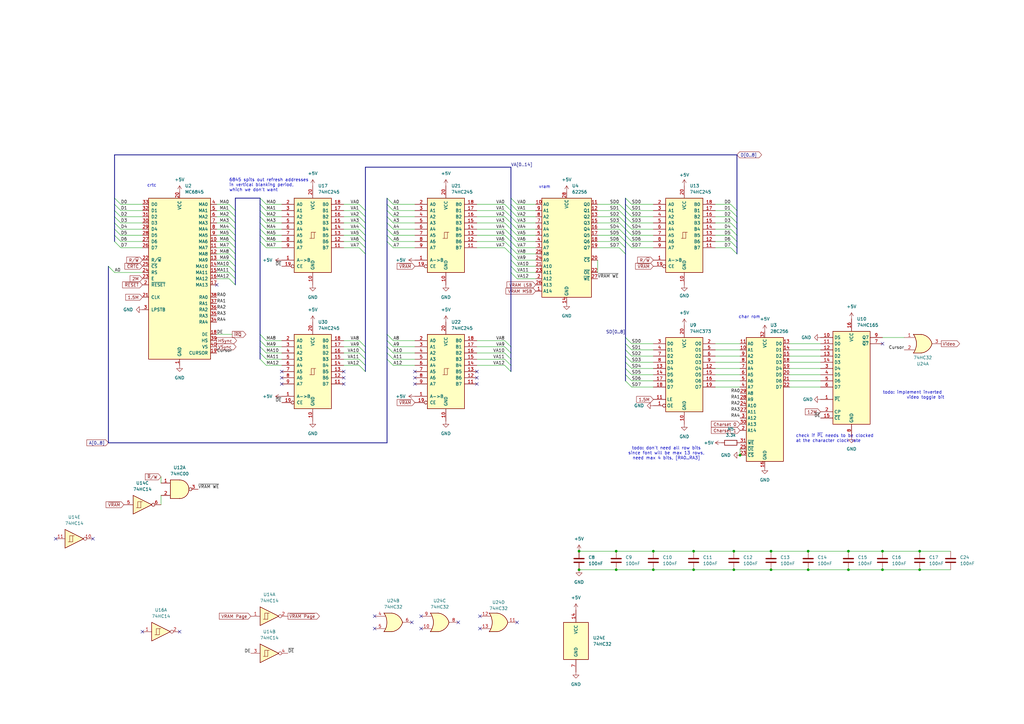
<source format=kicad_sch>
(kicad_sch
	(version 20231120)
	(generator "eeschema")
	(generator_version "8.0")
	(uuid "a4be59a9-1504-4ac5-9a66-eb64ab9a25a8")
	(paper "A3")
	(title_block
		(title "ʕ·ᴥ·ʔ-video")
	)
	
	(junction
		(at 300.99 226.06)
		(diameter 0)
		(color 0 0 0 0)
		(uuid "0145247a-ef6d-4e05-9eab-25d1c86ae441")
	)
	(junction
		(at 267.97 226.06)
		(diameter 0)
		(color 0 0 0 0)
		(uuid "0323fee8-42c4-4021-9ecd-582c613b6b61")
	)
	(junction
		(at 284.48 226.06)
		(diameter 0)
		(color 0 0 0 0)
		(uuid "17e73efd-771d-45bc-a5d3-0698ef326c77")
	)
	(junction
		(at 252.73 233.68)
		(diameter 0)
		(color 0 0 0 0)
		(uuid "184446d7-eae0-4d5a-99f6-b80980e46240")
	)
	(junction
		(at 252.73 226.06)
		(diameter 0)
		(color 0 0 0 0)
		(uuid "2c14b855-d773-4b90-b619-a55c6ab940c1")
	)
	(junction
		(at 331.47 226.06)
		(diameter 0)
		(color 0 0 0 0)
		(uuid "39d69912-c1b3-46f8-850b-35f88f16e8bd")
	)
	(junction
		(at 316.23 233.68)
		(diameter 0)
		(color 0 0 0 0)
		(uuid "5040d899-5c68-4c81-a135-41f66aa2e228")
	)
	(junction
		(at 347.98 226.06)
		(diameter 0)
		(color 0 0 0 0)
		(uuid "5b8b7fdf-fe65-4805-9ef2-5973d754bd54")
	)
	(junction
		(at 300.99 233.68)
		(diameter 0)
		(color 0 0 0 0)
		(uuid "7fa543f2-4b22-47d7-a86c-124e0d664bf1")
	)
	(junction
		(at 347.98 233.68)
		(diameter 0)
		(color 0 0 0 0)
		(uuid "98e56d5c-ded0-4934-89a6-4a00542a77c4")
	)
	(junction
		(at 331.47 233.68)
		(diameter 0)
		(color 0 0 0 0)
		(uuid "9b9bc3ec-3092-4f60-90da-fb2da0961d13")
	)
	(junction
		(at 267.97 233.68)
		(diameter 0)
		(color 0 0 0 0)
		(uuid "a50094a3-ed4e-4db6-a07a-5427657c61ac")
	)
	(junction
		(at 316.23 226.06)
		(diameter 0)
		(color 0 0 0 0)
		(uuid "a6e00574-4aee-4f30-a80c-a98bd98a722d")
	)
	(junction
		(at 377.19 226.06)
		(diameter 0)
		(color 0 0 0 0)
		(uuid "b625fd78-5244-4aa4-9e38-72318959a107")
	)
	(junction
		(at 361.95 233.68)
		(diameter 0)
		(color 0 0 0 0)
		(uuid "d631c047-3fec-4c4f-81b6-a813590040e5")
	)
	(junction
		(at 303.53 186.69)
		(diameter 0)
		(color 0 0 0 0)
		(uuid "e41c7295-f053-4c8b-8851-f651c8186ab4")
	)
	(junction
		(at 237.49 226.06)
		(diameter 0)
		(color 0 0 0 0)
		(uuid "ed801359-cd13-4eb5-b6c7-bba22858c8ac")
	)
	(junction
		(at 361.95 226.06)
		(diameter 0)
		(color 0 0 0 0)
		(uuid "ee6759b9-52a5-4c41-b98b-f1ee539cec55")
	)
	(junction
		(at 284.48 233.68)
		(diameter 0)
		(color 0 0 0 0)
		(uuid "f8221ce1-5246-4ab0-9169-29634a96b395")
	)
	(junction
		(at 377.19 233.68)
		(diameter 0)
		(color 0 0 0 0)
		(uuid "faed5a0f-34a0-4430-8b25-6e280e6091f8")
	)
	(junction
		(at 237.49 233.68)
		(diameter 0)
		(color 0 0 0 0)
		(uuid "fd742227-2528-472a-8052-494ea4b40f82")
	)
	(no_connect
		(at 153.67 252.73)
		(uuid "009fdf76-7cd3-428a-9870-c17b0cb51f18")
	)
	(no_connect
		(at 58.42 259.08)
		(uuid "0d58d9af-aaa4-438c-bc3b-4956da9bcb91")
	)
	(no_connect
		(at 170.18 152.4)
		(uuid "0d9b2d60-f269-4480-aa56-afc516eba27d")
	)
	(no_connect
		(at 38.1 220.98)
		(uuid "111daf3b-3300-4a4e-973d-75c306240fc5")
	)
	(no_connect
		(at 187.96 255.27)
		(uuid "1301f5cc-0ef9-4ac7-8f8d-5bfacef3710b")
	)
	(no_connect
		(at 140.97 157.48)
		(uuid "1cd27313-def5-4577-a73b-d84d4a682526")
	)
	(no_connect
		(at 361.95 140.97)
		(uuid "2767d54d-66f6-4997-a5de-c84689bcec07")
	)
	(no_connect
		(at 153.67 257.81)
		(uuid "27bbe350-2e24-4689-ba89-7551310769ba")
	)
	(no_connect
		(at 172.72 252.73)
		(uuid "28106be5-b049-46fe-b7ef-688b8cf5218f")
	)
	(no_connect
		(at 212.09 255.27)
		(uuid "3a561cbe-0aec-49d7-85a3-5e13388ace82")
	)
	(no_connect
		(at 73.66 259.08)
		(uuid "3beb5ac9-95bc-4bfd-81a6-715bdf692b04")
	)
	(no_connect
		(at 172.72 257.81)
		(uuid "53bdfe76-bbcd-48c8-8388-ccc6b38366e0")
	)
	(no_connect
		(at 195.58 157.48)
		(uuid "59e01b31-9dd6-42b5-a354-39433aba0602")
	)
	(no_connect
		(at 88.9 116.84)
		(uuid "5c505506-6cfb-4ebf-960f-09014d832f36")
	)
	(no_connect
		(at 115.57 157.48)
		(uuid "67d7e1bf-691c-48b9-add4-547f3eab1ea3")
	)
	(no_connect
		(at 170.18 157.48)
		(uuid "69dd0a26-0ffc-4408-bb90-0466a305bdca")
	)
	(no_connect
		(at 140.97 154.94)
		(uuid "6f5f9aee-0523-44f8-874e-a2927d95a8bd")
	)
	(no_connect
		(at 115.57 152.4)
		(uuid "8cc6a774-538a-461c-9e31-003c68128a73")
	)
	(no_connect
		(at 195.58 154.94)
		(uuid "9586f00c-e218-4b04-9d13-1efaf1d1af77")
	)
	(no_connect
		(at 195.58 152.4)
		(uuid "a1406d50-c65b-4207-8279-580c548d1ec4")
	)
	(no_connect
		(at 115.57 154.94)
		(uuid "a34307d5-f3b7-43e0-9fcd-a37360bd5c2b")
	)
	(no_connect
		(at 196.85 257.81)
		(uuid "aaddd7a9-5dcc-43a5-ae4d-e08624d390c1")
	)
	(no_connect
		(at 22.86 220.98)
		(uuid "aee49d9e-8230-4fbd-be46-437c9c23ceb4")
	)
	(no_connect
		(at 140.97 152.4)
		(uuid "c61c53d0-4c19-4fc0-8676-69f8ced7279c")
	)
	(no_connect
		(at 196.85 252.73)
		(uuid "cdb85680-6d64-4fc7-bb81-c3e2bf20da9f")
	)
	(no_connect
		(at 170.18 154.94)
		(uuid "e404e516-47de-41d6-9488-6c95cc7d5acc")
	)
	(no_connect
		(at 168.91 255.27)
		(uuid "e5eeda08-8b38-463f-817d-cd7c7f4caf5b")
	)
	(bus_entry
		(at 147.32 147.32)
		(size 2.54 2.54)
		(stroke
			(width 0)
			(type default)
		)
		(uuid "0095f917-0699-4be8-a48e-fed973a4d4ba")
	)
	(bus_entry
		(at 96.52 88.9)
		(size -2.54 -2.54)
		(stroke
			(width 0)
			(type default)
		)
		(uuid "01ce8394-6724-4346-a6cf-a06c8697b871")
	)
	(bus_entry
		(at 254 86.36)
		(size 2.54 2.54)
		(stroke
			(width 0)
			(type default)
		)
		(uuid "03e721db-315a-481a-8785-0403ffa8efc1")
	)
	(bus_entry
		(at 147.32 93.98)
		(size 2.54 2.54)
		(stroke
			(width 0)
			(type default)
		)
		(uuid "06f03bda-19bd-4d86-9110-3b9f7bc71e7f")
	)
	(bus_entry
		(at 46.99 86.36)
		(size 2.54 2.54)
		(stroke
			(width 0)
			(type default)
		)
		(uuid "0a0a8205-a212-4074-ac0a-2ad675c975cf")
	)
	(bus_entry
		(at 254 101.6)
		(size 2.54 2.54)
		(stroke
			(width 0)
			(type default)
		)
		(uuid "0e35145a-26ac-43ea-b233-1192eb0e495a")
	)
	(bus_entry
		(at 256.54 153.67)
		(size 2.54 2.54)
		(stroke
			(width 0)
			(type default)
		)
		(uuid "0fb556d2-d961-4d16-b9bf-0c06c0499440")
	)
	(bus_entry
		(at 106.68 88.9)
		(size 2.54 2.54)
		(stroke
			(width 0)
			(type default)
		)
		(uuid "10c2b07c-e6a0-438b-97d7-7878e0528595")
	)
	(bus_entry
		(at 209.55 86.36)
		(size 2.54 2.54)
		(stroke
			(width 0)
			(type default)
		)
		(uuid "10f823b2-b31c-4826-804f-f4399e6ad4bf")
	)
	(bus_entry
		(at 256.54 81.28)
		(size 2.54 2.54)
		(stroke
			(width 0)
			(type default)
		)
		(uuid "126ebde0-6ef4-4818-876c-f2e4e50958bd")
	)
	(bus_entry
		(at 209.55 144.78)
		(size -2.54 -2.54)
		(stroke
			(width 0)
			(type default)
		)
		(uuid "139edcde-6515-4d2b-aa87-c4591d323502")
	)
	(bus_entry
		(at 106.68 81.28)
		(size 2.54 2.54)
		(stroke
			(width 0)
			(type default)
		)
		(uuid "13a984b3-5670-4396-851c-9dd58b83e3b2")
	)
	(bus_entry
		(at 256.54 156.21)
		(size 2.54 2.54)
		(stroke
			(width 0)
			(type default)
		)
		(uuid "17092557-81ca-440b-9781-c96195cd06ee")
	)
	(bus_entry
		(at 158.75 93.98)
		(size 2.54 2.54)
		(stroke
			(width 0)
			(type default)
		)
		(uuid "19195208-f7c4-40a4-8883-023e1504d01a")
	)
	(bus_entry
		(at 158.75 91.44)
		(size 2.54 2.54)
		(stroke
			(width 0)
			(type default)
		)
		(uuid "191a0713-7286-418e-aea0-0557af4aa7d1")
	)
	(bus_entry
		(at 299.72 93.98)
		(size 2.54 2.54)
		(stroke
			(width 0)
			(type default)
		)
		(uuid "1c620a96-48be-493b-a7a4-c9cf5d85c152")
	)
	(bus_entry
		(at 147.32 144.78)
		(size 2.54 2.54)
		(stroke
			(width 0)
			(type default)
		)
		(uuid "1ef16283-3379-49cc-89b6-9cd5f1f78e46")
	)
	(bus_entry
		(at 256.54 138.43)
		(size 2.54 2.54)
		(stroke
			(width 0)
			(type default)
		)
		(uuid "2251a7d6-e578-426a-9e90-d0ef974c30ec")
	)
	(bus_entry
		(at 96.52 104.14)
		(size -2.54 -2.54)
		(stroke
			(width 0)
			(type default)
		)
		(uuid "25a479be-38c5-4518-bfb3-0db030ea9a54")
	)
	(bus_entry
		(at 147.32 149.86)
		(size 2.54 2.54)
		(stroke
			(width 0)
			(type default)
		)
		(uuid "26679aa8-6413-464a-88df-0f4ec9cc3f7d")
	)
	(bus_entry
		(at 254 93.98)
		(size 2.54 2.54)
		(stroke
			(width 0)
			(type default)
		)
		(uuid "2973f24f-e055-4b13-9286-81ff01447ef9")
	)
	(bus_entry
		(at 209.55 91.44)
		(size -2.54 -2.54)
		(stroke
			(width 0)
			(type default)
		)
		(uuid "2b8497f7-1470-467b-bb48-f9cc993ae1da")
	)
	(bus_entry
		(at 158.75 83.82)
		(size 2.54 2.54)
		(stroke
			(width 0)
			(type default)
		)
		(uuid "2c637147-e115-4c90-adc7-83e21afa8f10")
	)
	(bus_entry
		(at 158.75 147.32)
		(size 2.54 2.54)
		(stroke
			(width 0)
			(type default)
		)
		(uuid "2f3b1b13-96f4-4ec1-8fa4-c2e636b0f4fb")
	)
	(bus_entry
		(at 209.55 99.06)
		(size -2.54 -2.54)
		(stroke
			(width 0)
			(type default)
		)
		(uuid "30746714-f32f-48d9-b2eb-1da8574836db")
	)
	(bus_entry
		(at 209.55 88.9)
		(size -2.54 -2.54)
		(stroke
			(width 0)
			(type default)
		)
		(uuid "3313504a-f071-4fb7-9eb9-b6e5f26fa8c1")
	)
	(bus_entry
		(at 158.75 137.16)
		(size 2.54 2.54)
		(stroke
			(width 0)
			(type default)
		)
		(uuid "3405fb25-e54d-40e3-b2a8-df91f4f30911")
	)
	(bus_entry
		(at 299.72 91.44)
		(size 2.54 2.54)
		(stroke
			(width 0)
			(type default)
		)
		(uuid "39d790f7-cc81-4f03-a170-e40b6979b9ce")
	)
	(bus_entry
		(at 256.54 146.05)
		(size 2.54 2.54)
		(stroke
			(width 0)
			(type default)
		)
		(uuid "3adfdf24-2e6b-4df1-b885-37694b63ed35")
	)
	(bus_entry
		(at 106.68 99.06)
		(size 2.54 2.54)
		(stroke
			(width 0)
			(type default)
		)
		(uuid "3c106cf5-5222-48b1-a6bf-3a47eef8b8a0")
	)
	(bus_entry
		(at 106.68 139.7)
		(size 2.54 2.54)
		(stroke
			(width 0)
			(type default)
		)
		(uuid "3e789ee5-a60b-43c5-b3ab-0bbd1ea94aad")
	)
	(bus_entry
		(at 96.52 111.76)
		(size -2.54 -2.54)
		(stroke
			(width 0)
			(type default)
		)
		(uuid "3ffea260-82c8-432a-9e8e-d3a7b002a6cc")
	)
	(bus_entry
		(at 209.55 96.52)
		(size -2.54 -2.54)
		(stroke
			(width 0)
			(type default)
		)
		(uuid "430a79d2-4df8-4f0d-9ab4-9418db4d408a")
	)
	(bus_entry
		(at 299.72 96.52)
		(size 2.54 2.54)
		(stroke
			(width 0)
			(type default)
		)
		(uuid "449ea6c6-99c7-4b75-b797-b72ecc3b3a98")
	)
	(bus_entry
		(at 106.68 147.32)
		(size 2.54 2.54)
		(stroke
			(width 0)
			(type default)
		)
		(uuid "488f3a33-9e96-4f39-a513-661e84447b97")
	)
	(bus_entry
		(at 147.32 139.7)
		(size 2.54 2.54)
		(stroke
			(width 0)
			(type default)
		)
		(uuid "48d6bd7a-cf63-4079-8bc1-d554a4c41b35")
	)
	(bus_entry
		(at 256.54 93.98)
		(size 2.54 2.54)
		(stroke
			(width 0)
			(type default)
		)
		(uuid "49e42d23-8a67-4a68-86d0-673fdc002809")
	)
	(bus_entry
		(at 147.32 99.06)
		(size 2.54 2.54)
		(stroke
			(width 0)
			(type default)
		)
		(uuid "4a5b8a48-2572-40ed-9d26-07fd89ece5dc")
	)
	(bus_entry
		(at 147.32 96.52)
		(size 2.54 2.54)
		(stroke
			(width 0)
			(type default)
		)
		(uuid "4bdf2acc-1db0-4594-8a22-ebc4762b60ac")
	)
	(bus_entry
		(at 147.32 101.6)
		(size 2.54 2.54)
		(stroke
			(width 0)
			(type default)
		)
		(uuid "4db25b1d-a6a9-41f6-bf00-e062247007a1")
	)
	(bus_entry
		(at 299.72 99.06)
		(size 2.54 2.54)
		(stroke
			(width 0)
			(type default)
		)
		(uuid "4e12c1d9-39f3-4978-82e1-cc5b4b1c8df7")
	)
	(bus_entry
		(at 299.72 88.9)
		(size 2.54 2.54)
		(stroke
			(width 0)
			(type default)
		)
		(uuid "50bf3e30-41e4-411b-b983-97c6e4cc7dd6")
	)
	(bus_entry
		(at 147.32 88.9)
		(size 2.54 2.54)
		(stroke
			(width 0)
			(type default)
		)
		(uuid "50e4dd2a-aada-4d3b-a587-3dd0cca5a044")
	)
	(bus_entry
		(at 209.55 96.52)
		(size 2.54 2.54)
		(stroke
			(width 0)
			(type default)
		)
		(uuid "53d8192a-098b-41bd-9165-748831feb72c")
	)
	(bus_entry
		(at 46.99 81.28)
		(size 2.54 2.54)
		(stroke
			(width 0)
			(type default)
		)
		(uuid "5629c58d-07e4-479c-be32-2cb6c9ace389")
	)
	(bus_entry
		(at 46.99 99.06)
		(size 2.54 2.54)
		(stroke
			(width 0)
			(type default)
		)
		(uuid "5775b881-a0f5-4569-b47d-241dc70930f0")
	)
	(bus_entry
		(at 256.54 143.51)
		(size 2.54 2.54)
		(stroke
			(width 0)
			(type default)
		)
		(uuid "5bb58f03-7b8f-4d7d-b765-42727fcfaaa0")
	)
	(bus_entry
		(at 209.55 106.68)
		(size 2.54 2.54)
		(stroke
			(width 0)
			(type default)
		)
		(uuid "5cc799ca-d3f6-43ce-9332-a549c5b55d54")
	)
	(bus_entry
		(at 106.68 83.82)
		(size 2.54 2.54)
		(stroke
			(width 0)
			(type default)
		)
		(uuid "5f367111-a4f8-476b-ab5c-fdf3ba082348")
	)
	(bus_entry
		(at 106.68 142.24)
		(size 2.54 2.54)
		(stroke
			(width 0)
			(type default)
		)
		(uuid "62ee9c04-4ea4-4e61-be5a-7cb6af7ddb65")
	)
	(bus_entry
		(at 147.32 91.44)
		(size 2.54 2.54)
		(stroke
			(width 0)
			(type default)
		)
		(uuid "635bb527-a2df-477f-8a71-e1a2d7dab561")
	)
	(bus_entry
		(at 106.68 86.36)
		(size 2.54 2.54)
		(stroke
			(width 0)
			(type default)
		)
		(uuid "64a476ce-5b5f-4538-9b74-36a6b4e5478c")
	)
	(bus_entry
		(at 256.54 83.82)
		(size 2.54 2.54)
		(stroke
			(width 0)
			(type default)
		)
		(uuid "64d8e591-4973-4ea9-a1ef-903f80af8e82")
	)
	(bus_entry
		(at 254 96.52)
		(size 2.54 2.54)
		(stroke
			(width 0)
			(type default)
		)
		(uuid "663326f9-a181-47cd-a339-f9c9340bb62a")
	)
	(bus_entry
		(at 256.54 151.13)
		(size 2.54 2.54)
		(stroke
			(width 0)
			(type default)
		)
		(uuid "67d2bd30-bca1-414c-8341-e2bf47044a84")
	)
	(bus_entry
		(at 209.55 149.86)
		(size -2.54 -2.54)
		(stroke
			(width 0)
			(type default)
		)
		(uuid "6a7f06de-02ea-475b-bed4-47252846ef90")
	)
	(bus_entry
		(at 209.55 152.4)
		(size -2.54 -2.54)
		(stroke
			(width 0)
			(type default)
		)
		(uuid "6bb9bf82-9f40-4b7b-85b2-44c7fb70dfff")
	)
	(bus_entry
		(at 96.52 86.36)
		(size -2.54 -2.54)
		(stroke
			(width 0)
			(type default)
		)
		(uuid "6bf2b550-543f-49e0-9132-a912bea9e61a")
	)
	(bus_entry
		(at 96.52 106.68)
		(size -2.54 -2.54)
		(stroke
			(width 0)
			(type default)
		)
		(uuid "70170c9e-0acb-45fd-b8f5-3985a5c1a9de")
	)
	(bus_entry
		(at 209.55 111.76)
		(size 2.54 2.54)
		(stroke
			(width 0)
			(type default)
		)
		(uuid "727e65e1-defa-4d6b-afd6-e8a0e5419a61")
	)
	(bus_entry
		(at 299.72 83.82)
		(size 2.54 2.54)
		(stroke
			(width 0)
			(type default)
		)
		(uuid "75ab6512-e23b-4d8b-997f-2afc63e66636")
	)
	(bus_entry
		(at 256.54 91.44)
		(size 2.54 2.54)
		(stroke
			(width 0)
			(type default)
		)
		(uuid "7a62a32b-895e-4054-959b-ad6bdbbf064d")
	)
	(bus_entry
		(at 209.55 86.36)
		(size -2.54 -2.54)
		(stroke
			(width 0)
			(type default)
		)
		(uuid "7b3569ca-e571-4429-a9a1-79f12ea8d71c")
	)
	(bus_entry
		(at 254 83.82)
		(size 2.54 2.54)
		(stroke
			(width 0)
			(type default)
		)
		(uuid "7befef95-505e-42e5-9563-87b05bb0a610")
	)
	(bus_entry
		(at 96.52 116.84)
		(size -2.54 -2.54)
		(stroke
			(width 0)
			(type default)
		)
		(uuid "7ce05b57-e86f-46f8-b429-3312b32255af")
	)
	(bus_entry
		(at 209.55 147.32)
		(size -2.54 -2.54)
		(stroke
			(width 0)
			(type default)
		)
		(uuid "7f7ad328-0b64-49a1-9d03-ddf2f7baaef3")
	)
	(bus_entry
		(at 256.54 148.59)
		(size 2.54 2.54)
		(stroke
			(width 0)
			(type default)
		)
		(uuid "81022cb3-5659-4479-bb23-39dbb1720892")
	)
	(bus_entry
		(at 256.54 88.9)
		(size 2.54 2.54)
		(stroke
			(width 0)
			(type default)
		)
		(uuid "837d8bb3-401a-4704-a4ba-9d7925a5e6e2")
	)
	(bus_entry
		(at 209.55 104.14)
		(size -2.54 -2.54)
		(stroke
			(width 0)
			(type default)
		)
		(uuid "83ad8385-fbb3-471c-85d7-dd5e4e839395")
	)
	(bus_entry
		(at 46.99 96.52)
		(size 2.54 2.54)
		(stroke
			(width 0)
			(type default)
		)
		(uuid "8540b3b9-c285-48f8-8b03-313d2145c31d")
	)
	(bus_entry
		(at 209.55 88.9)
		(size 2.54 2.54)
		(stroke
			(width 0)
			(type default)
		)
		(uuid "89062916-ca87-462c-a268-38a2287f12b2")
	)
	(bus_entry
		(at 96.52 114.3)
		(size -2.54 -2.54)
		(stroke
			(width 0)
			(type default)
		)
		(uuid "8c917c2b-6ff8-4d02-bbe2-427de1bdd5d7")
	)
	(bus_entry
		(at 46.99 93.98)
		(size 2.54 2.54)
		(stroke
			(width 0)
			(type default)
		)
		(uuid "935c3afc-62c6-4b57-b3fb-799c112c9af3")
	)
	(bus_entry
		(at 254 88.9)
		(size 2.54 2.54)
		(stroke
			(width 0)
			(type default)
		)
		(uuid "95bf1f67-4479-4b62-ba32-65f80472ed01")
	)
	(bus_entry
		(at 158.75 142.24)
		(size 2.54 2.54)
		(stroke
			(width 0)
			(type default)
		)
		(uuid "9701ab35-c092-4536-8b74-2dbfd8a9a89d")
	)
	(bus_entry
		(at 256.54 99.06)
		(size 2.54 2.54)
		(stroke
			(width 0)
			(type default)
		)
		(uuid "9dbbf3f3-0a62-4f8d-baa9-1936b3f198f0")
	)
	(bus_entry
		(at 96.52 109.22)
		(size -2.54 -2.54)
		(stroke
			(width 0)
			(type default)
		)
		(uuid "9e313f80-ccbe-48cb-816d-d0a5935415a8")
	)
	(bus_entry
		(at 256.54 96.52)
		(size 2.54 2.54)
		(stroke
			(width 0)
			(type default)
		)
		(uuid "9e864392-c00f-4405-8c96-8a56669c021a")
	)
	(bus_entry
		(at 209.55 109.22)
		(size 2.54 2.54)
		(stroke
			(width 0)
			(type default)
		)
		(uuid "a178b13f-b573-44d9-b0d6-b201f101065d")
	)
	(bus_entry
		(at 46.99 83.82)
		(size 2.54 2.54)
		(stroke
			(width 0)
			(type default)
		)
		(uuid "a3503ad6-6255-4fa1-a3fb-e016ecb4127a")
	)
	(bus_entry
		(at 209.55 93.98)
		(size 2.54 2.54)
		(stroke
			(width 0)
			(type default)
		)
		(uuid "a36f2336-9730-478c-b6f2-d8d0bf546d49")
	)
	(bus_entry
		(at 209.55 142.24)
		(size -2.54 -2.54)
		(stroke
			(width 0)
			(type default)
		)
		(uuid "a3902d03-58eb-4362-a461-d910a3febdf5")
	)
	(bus_entry
		(at 96.52 96.52)
		(size -2.54 -2.54)
		(stroke
			(width 0)
			(type default)
		)
		(uuid "a4609431-fde9-48e2-b022-cacab2e43e2e")
	)
	(bus_entry
		(at 46.99 91.44)
		(size 2.54 2.54)
		(stroke
			(width 0)
			(type default)
		)
		(uuid "a866049e-a6e0-43fa-b8ea-1cc19625fdd9")
	)
	(bus_entry
		(at 106.68 91.44)
		(size 2.54 2.54)
		(stroke
			(width 0)
			(type default)
		)
		(uuid "a9f6158e-c2d6-42ea-8af3-38df031725e9")
	)
	(bus_entry
		(at 106.68 144.78)
		(size 2.54 2.54)
		(stroke
			(width 0)
			(type default)
		)
		(uuid "ab91c2ad-b945-408f-a076-f98fde27ec38")
	)
	(bus_entry
		(at 96.52 101.6)
		(size -2.54 -2.54)
		(stroke
			(width 0)
			(type default)
		)
		(uuid "af13fa4a-8d47-4316-a876-e1eb05162d74")
	)
	(bus_entry
		(at 209.55 81.28)
		(size 2.54 2.54)
		(stroke
			(width 0)
			(type default)
		)
		(uuid "b07fe230-eb8a-4a24-9cf8-0b9ad2e27e08")
	)
	(bus_entry
		(at 158.75 96.52)
		(size 2.54 2.54)
		(stroke
			(width 0)
			(type default)
		)
		(uuid "b153611e-6cfb-40d1-a093-b91b7bdbc025")
	)
	(bus_entry
		(at 147.32 142.24)
		(size 2.54 2.54)
		(stroke
			(width 0)
			(type default)
		)
		(uuid "b61e3777-1c75-4630-a1db-284ae9c6cac6")
	)
	(bus_entry
		(at 254 91.44)
		(size 2.54 2.54)
		(stroke
			(width 0)
			(type default)
		)
		(uuid "b6aab3d0-ad33-4c6a-867f-efcbcfaf8c08")
	)
	(bus_entry
		(at 46.99 111.76)
		(size -2.54 -2.54)
		(stroke
			(width 0)
			(type default)
		)
		(uuid "b8921af9-e1d7-42fd-90f0-a31b926395c4")
	)
	(bus_entry
		(at 46.99 88.9)
		(size 2.54 2.54)
		(stroke
			(width 0)
			(type default)
		)
		(uuid "b9029977-2c8e-421c-a62b-b58d160c311b")
	)
	(bus_entry
		(at 158.75 99.06)
		(size 2.54 2.54)
		(stroke
			(width 0)
			(type default)
		)
		(uuid "b915b7c5-9b3b-47c3-b8f0-69eb3555ee14")
	)
	(bus_entry
		(at 106.68 96.52)
		(size 2.54 2.54)
		(stroke
			(width 0)
			(type default)
		)
		(uuid "ba15796d-c57d-46f3-bfb5-22a74720c008")
	)
	(bus_entry
		(at 158.75 88.9)
		(size 2.54 2.54)
		(stroke
			(width 0)
			(type default)
		)
		(uuid "ba287e97-1127-428e-9c85-1cff9118b5a8")
	)
	(bus_entry
		(at 254 99.06)
		(size 2.54 2.54)
		(stroke
			(width 0)
			(type default)
		)
		(uuid "bb347d85-c89d-4e6e-a689-a39547090738")
	)
	(bus_entry
		(at 209.55 91.44)
		(size 2.54 2.54)
		(stroke
			(width 0)
			(type default)
		)
		(uuid "bfe6cca6-311b-4ae8-ba4a-5806afe72ab3")
	)
	(bus_entry
		(at 209.55 101.6)
		(size -2.54 -2.54)
		(stroke
			(width 0)
			(type default)
		)
		(uuid "c41bf8c6-dd2f-4ca3-bede-b7ca747a71fc")
	)
	(bus_entry
		(at 158.75 81.28)
		(size 2.54 2.54)
		(stroke
			(width 0)
			(type default)
		)
		(uuid "c63523e2-7aa4-4658-9987-2f9c3202f7d7")
	)
	(bus_entry
		(at 256.54 86.36)
		(size 2.54 2.54)
		(stroke
			(width 0)
			(type default)
		)
		(uuid "c65ee8f1-b9b8-4b30-ab69-5dcdbaaf4e1c")
	)
	(bus_entry
		(at 147.32 83.82)
		(size 2.54 2.54)
		(stroke
			(width 0)
			(type default)
		)
		(uuid "cb4730e2-d2a2-4b12-bf47-4a816dab4d79")
	)
	(bus_entry
		(at 209.55 83.82)
		(size 2.54 2.54)
		(stroke
			(width 0)
			(type default)
		)
		(uuid "cb97f8a7-4049-4594-acab-688da1eb3a36")
	)
	(bus_entry
		(at 209.55 104.14)
		(size 2.54 2.54)
		(stroke
			(width 0)
			(type default)
		)
		(uuid "d024af70-0ac1-454c-adca-89fdea4b5fbb")
	)
	(bus_entry
		(at 209.55 93.98)
		(size -2.54 -2.54)
		(stroke
			(width 0)
			(type default)
		)
		(uuid "d1e5a431-220e-46a2-854d-8fea7d0b6b06")
	)
	(bus_entry
		(at 299.72 101.6)
		(size 2.54 2.54)
		(stroke
			(width 0)
			(type default)
		)
		(uuid "d4d9c6ff-c061-462b-a228-98146f9f38eb")
	)
	(bus_entry
		(at 299.72 86.36)
		(size 2.54 2.54)
		(stroke
			(width 0)
			(type default)
		)
		(uuid "d89ddb1e-e85c-402c-9d38-76944b2b2251")
	)
	(bus_entry
		(at 256.54 140.97)
		(size 2.54 2.54)
		(stroke
			(width 0)
			(type default)
		)
		(uuid "dbc8ae58-6ddf-43d6-9e0c-c1d6d8145fc4")
	)
	(bus_entry
		(at 96.52 99.06)
		(size -2.54 -2.54)
		(stroke
			(width 0)
			(type default)
		)
		(uuid "e120782d-3b75-4d47-92f4-c65b78b4b2f0")
	)
	(bus_entry
		(at 147.32 86.36)
		(size 2.54 2.54)
		(stroke
			(width 0)
			(type default)
		)
		(uuid "e7785fe2-7fb2-4239-861f-3f7326c7c0a2")
	)
	(bus_entry
		(at 106.68 93.98)
		(size 2.54 2.54)
		(stroke
			(width 0)
			(type default)
		)
		(uuid "e9bee5bb-0140-4171-8736-47d11fbfe770")
	)
	(bus_entry
		(at 209.55 99.06)
		(size 2.54 2.54)
		(stroke
			(width 0)
			(type default)
		)
		(uuid "ee46d806-4108-4394-92f2-d69e03d7bdf8")
	)
	(bus_entry
		(at 158.75 139.7)
		(size 2.54 2.54)
		(stroke
			(width 0)
			(type default)
		)
		(uuid "f085b35e-0f6b-41b7-b539-9096971c93ee")
	)
	(bus_entry
		(at 209.55 101.6)
		(size 2.54 2.54)
		(stroke
			(width 0)
			(type default)
		)
		(uuid "f507ecc0-2515-41eb-82d4-b3ef7c0f84dd")
	)
	(bus_entry
		(at 106.68 137.16)
		(size 2.54 2.54)
		(stroke
			(width 0)
			(type default)
		)
		(uuid "f9e11a6d-d361-4d31-9143-f531ec4a1d01")
	)
	(bus_entry
		(at 96.52 93.98)
		(size -2.54 -2.54)
		(stroke
			(width 0)
			(type default)
		)
		(uuid "fa6eb1c6-af77-4b03-a705-374a00818a98")
	)
	(bus_entry
		(at 96.52 91.44)
		(size -2.54 -2.54)
		(stroke
			(width 0)
			(type default)
		)
		(uuid "fca813ce-6b8d-4ddb-b83c-1246293d605c")
	)
	(bus_entry
		(at 158.75 144.78)
		(size 2.54 2.54)
		(stroke
			(width 0)
			(type default)
		)
		(uuid "fe1acf91-8957-46be-b45c-294da4970e17")
	)
	(bus_entry
		(at 158.75 86.36)
		(size 2.54 2.54)
		(stroke
			(width 0)
			(type default)
		)
		(uuid "fe4bbdd3-9d42-4f1e-9a25-ffe19d6076ea")
	)
	(wire
		(pts
			(xy 161.29 83.82) (xy 170.18 83.82)
		)
		(stroke
			(width 0)
			(type default)
		)
		(uuid "0002d5c5-2885-4ace-8a23-06091b0036d2")
	)
	(bus
		(pts
			(xy 106.68 99.06) (xy 106.68 137.16)
		)
		(stroke
			(width 0)
			(type default)
		)
		(uuid "009e49ce-f00a-42f2-abba-2dab1989a8c0")
	)
	(bus
		(pts
			(xy 256.54 91.44) (xy 256.54 93.98)
		)
		(stroke
			(width 0)
			(type default)
		)
		(uuid "0129fc07-2c8f-4f48-b67f-a1250c8409e6")
	)
	(bus
		(pts
			(xy 302.26 88.9) (xy 302.26 91.44)
		)
		(stroke
			(width 0)
			(type default)
		)
		(uuid "01a734d2-194f-4f02-a1c3-b653d7d45beb")
	)
	(wire
		(pts
			(xy 88.9 88.9) (xy 93.98 88.9)
		)
		(stroke
			(width 0)
			(type default)
		)
		(uuid "029a7052-a6c2-434f-80ee-6b13c6540107")
	)
	(bus
		(pts
			(xy 149.86 147.32) (xy 149.86 149.86)
		)
		(stroke
			(width 0)
			(type default)
		)
		(uuid "02f04f5d-5a8e-418c-9c4c-f3db6fbcca66")
	)
	(wire
		(pts
			(xy 212.09 106.68) (xy 219.71 106.68)
		)
		(stroke
			(width 0)
			(type default)
		)
		(uuid "041af53c-f813-4021-b058-aba5e344b64f")
	)
	(wire
		(pts
			(xy 195.58 96.52) (xy 207.01 96.52)
		)
		(stroke
			(width 0)
			(type default)
		)
		(uuid "04dc2913-b3fb-4c35-8637-2ebd01d00e27")
	)
	(bus
		(pts
			(xy 209.55 88.9) (xy 209.55 91.44)
		)
		(stroke
			(width 0)
			(type default)
		)
		(uuid "062a2059-c505-401c-b541-d2de45bc90de")
	)
	(wire
		(pts
			(xy 361.95 233.68) (xy 377.19 233.68)
		)
		(stroke
			(width 0)
			(type default)
		)
		(uuid "069a5028-da71-40c7-8294-d81d6d8e14bb")
	)
	(wire
		(pts
			(xy 293.37 146.05) (xy 303.53 146.05)
		)
		(stroke
			(width 0)
			(type default)
		)
		(uuid "06fbf73d-ed49-4064-97ee-2210227f1489")
	)
	(wire
		(pts
			(xy 259.08 153.67) (xy 267.97 153.67)
		)
		(stroke
			(width 0)
			(type default)
		)
		(uuid "0b9d094b-66cf-4faa-b952-21f66eb0f356")
	)
	(wire
		(pts
			(xy 49.53 96.52) (xy 58.42 96.52)
		)
		(stroke
			(width 0)
			(type default)
		)
		(uuid "0be9362c-c80c-409c-962c-b9bf5ec68a1a")
	)
	(wire
		(pts
			(xy 88.9 96.52) (xy 93.98 96.52)
		)
		(stroke
			(width 0)
			(type default)
		)
		(uuid "0c88f9ce-25df-40e0-9017-6d2690f95598")
	)
	(wire
		(pts
			(xy 284.48 226.06) (xy 300.99 226.06)
		)
		(stroke
			(width 0)
			(type default)
		)
		(uuid "0cfbdba8-a6ad-46ad-9f2c-59d740760ea2")
	)
	(wire
		(pts
			(xy 293.37 153.67) (xy 303.53 153.67)
		)
		(stroke
			(width 0)
			(type default)
		)
		(uuid "0e81295f-19eb-4fa6-975f-07b78b63f8b0")
	)
	(bus
		(pts
			(xy 209.55 149.86) (xy 209.55 152.4)
		)
		(stroke
			(width 0)
			(type default)
		)
		(uuid "10304b75-0ccd-47c2-8239-96f7af81376b")
	)
	(bus
		(pts
			(xy 106.68 88.9) (xy 106.68 91.44)
		)
		(stroke
			(width 0)
			(type default)
		)
		(uuid "1035db82-f91e-46fe-b3ae-f5b7ec6ec378")
	)
	(wire
		(pts
			(xy 161.29 101.6) (xy 170.18 101.6)
		)
		(stroke
			(width 0)
			(type default)
		)
		(uuid "1052485a-0bd3-4cff-bd7b-b997bdcada0c")
	)
	(wire
		(pts
			(xy 195.58 149.86) (xy 207.01 149.86)
		)
		(stroke
			(width 0)
			(type default)
		)
		(uuid "10d59b5a-2456-4db2-963a-0ef24bc3ea1f")
	)
	(wire
		(pts
			(xy 140.97 99.06) (xy 147.32 99.06)
		)
		(stroke
			(width 0)
			(type default)
		)
		(uuid "1134fd28-ebe0-4c94-9b79-8b5dfdcd790e")
	)
	(bus
		(pts
			(xy 209.55 111.76) (xy 209.55 142.24)
		)
		(stroke
			(width 0)
			(type default)
		)
		(uuid "118134ae-3f31-401a-8061-d677c7c9f830")
	)
	(wire
		(pts
			(xy 140.97 83.82) (xy 147.32 83.82)
		)
		(stroke
			(width 0)
			(type default)
		)
		(uuid "13036e05-459a-430b-869a-d7e371f610c8")
	)
	(wire
		(pts
			(xy 88.9 106.68) (xy 93.98 106.68)
		)
		(stroke
			(width 0)
			(type default)
		)
		(uuid "13c6d278-bc61-4ef8-b712-6d0598cf296f")
	)
	(bus
		(pts
			(xy 44.45 181.61) (xy 158.75 181.61)
		)
		(stroke
			(width 0)
			(type default)
		)
		(uuid "16fa1a5e-4658-4fcd-81a5-53aaf335c204")
	)
	(wire
		(pts
			(xy 245.11 91.44) (xy 254 91.44)
		)
		(stroke
			(width 0)
			(type default)
		)
		(uuid "16fce822-bb69-4f87-bd62-04ca68ea3280")
	)
	(bus
		(pts
			(xy 96.52 104.14) (xy 96.52 106.68)
		)
		(stroke
			(width 0)
			(type default)
		)
		(uuid "17f0c2c5-636f-4108-be96-0030539afbb2")
	)
	(wire
		(pts
			(xy 161.29 149.86) (xy 170.18 149.86)
		)
		(stroke
			(width 0)
			(type default)
		)
		(uuid "191ecd9a-d003-4e4f-9387-e9a8fb712e52")
	)
	(bus
		(pts
			(xy 149.86 93.98) (xy 149.86 91.44)
		)
		(stroke
			(width 0)
			(type default)
		)
		(uuid "19884772-7760-4dfe-965b-4fa71e2781d7")
	)
	(bus
		(pts
			(xy 106.68 142.24) (xy 106.68 144.78)
		)
		(stroke
			(width 0)
			(type default)
		)
		(uuid "1a0beb4b-f7ff-4d60-aaa7-bfffd029afe5")
	)
	(bus
		(pts
			(xy 209.55 144.78) (xy 209.55 147.32)
		)
		(stroke
			(width 0)
			(type default)
		)
		(uuid "1ab20470-ea80-48e5-baed-b61c685aa102")
	)
	(bus
		(pts
			(xy 96.52 88.9) (xy 96.52 91.44)
		)
		(stroke
			(width 0)
			(type default)
		)
		(uuid "1c7e6179-f2b0-4978-a207-aa9920cf4e8d")
	)
	(bus
		(pts
			(xy 256.54 140.97) (xy 256.54 143.51)
		)
		(stroke
			(width 0)
			(type default)
		)
		(uuid "1de41d22-137c-4bff-aadc-bd254d700a70")
	)
	(bus
		(pts
			(xy 106.68 96.52) (xy 106.68 99.06)
		)
		(stroke
			(width 0)
			(type default)
		)
		(uuid "1fec8e5b-77db-4948-9165-0cb5880cc6bc")
	)
	(wire
		(pts
			(xy 195.58 86.36) (xy 207.01 86.36)
		)
		(stroke
			(width 0)
			(type default)
		)
		(uuid "20393a76-28bb-4ffa-8bbf-177d46fad023")
	)
	(wire
		(pts
			(xy 161.29 147.32) (xy 170.18 147.32)
		)
		(stroke
			(width 0)
			(type default)
		)
		(uuid "215c1aa0-661a-416f-9f9d-3f9015c19bf7")
	)
	(wire
		(pts
			(xy 316.23 233.68) (xy 331.47 233.68)
		)
		(stroke
			(width 0)
			(type default)
		)
		(uuid "21c9b82e-a240-4523-b977-249b65dc9ca3")
	)
	(bus
		(pts
			(xy 158.75 88.9) (xy 158.75 91.44)
		)
		(stroke
			(width 0)
			(type default)
		)
		(uuid "2230caa6-e912-4730-bdc8-f733f28743f1")
	)
	(bus
		(pts
			(xy 149.86 68.58) (xy 209.55 68.58)
		)
		(stroke
			(width 0)
			(type default)
		)
		(uuid "22495606-9b5f-41e1-9ae7-16cf2e0199e6")
	)
	(bus
		(pts
			(xy 256.54 93.98) (xy 256.54 96.52)
		)
		(stroke
			(width 0)
			(type default)
		)
		(uuid "22e0859c-64a9-4472-9734-7517e8398ae7")
	)
	(bus
		(pts
			(xy 302.26 99.06) (xy 302.26 101.6)
		)
		(stroke
			(width 0)
			(type default)
		)
		(uuid "22f774e8-07a4-4203-b5c9-663207ab8ee6")
	)
	(wire
		(pts
			(xy 377.19 226.06) (xy 389.89 226.06)
		)
		(stroke
			(width 0)
			(type default)
		)
		(uuid "22f7f6d9-5558-41d3-a6d9-24350af6ca46")
	)
	(wire
		(pts
			(xy 361.95 226.06) (xy 377.19 226.06)
		)
		(stroke
			(width 0)
			(type default)
		)
		(uuid "23d27533-b94e-496f-9f51-83f98a6d567b")
	)
	(wire
		(pts
			(xy 195.58 147.32) (xy 207.01 147.32)
		)
		(stroke
			(width 0)
			(type default)
		)
		(uuid "280370b2-01a2-477e-8ee6-1f0dacae84c9")
	)
	(bus
		(pts
			(xy 106.68 137.16) (xy 106.68 139.7)
		)
		(stroke
			(width 0)
			(type default)
		)
		(uuid "28ecaa91-3bce-42d3-b453-91f21c7d3a00")
	)
	(wire
		(pts
			(xy 245.11 93.98) (xy 254 93.98)
		)
		(stroke
			(width 0)
			(type default)
		)
		(uuid "29ffc6da-488f-411e-9eb8-7ae108dab7c5")
	)
	(bus
		(pts
			(xy 158.75 83.82) (xy 158.75 86.36)
		)
		(stroke
			(width 0)
			(type default)
		)
		(uuid "2a433458-9f6f-4d89-95cd-6e4bdb5d4a1d")
	)
	(wire
		(pts
			(xy 293.37 156.21) (xy 303.53 156.21)
		)
		(stroke
			(width 0)
			(type default)
		)
		(uuid "2a4a4e28-c1c1-47bf-8b2c-0fa0bff99ca7")
	)
	(bus
		(pts
			(xy 158.75 144.78) (xy 158.75 147.32)
		)
		(stroke
			(width 0)
			(type default)
		)
		(uuid "2ace5b5e-d3be-4d8c-a197-7146774e9c1c")
	)
	(wire
		(pts
			(xy 323.85 140.97) (xy 336.55 140.97)
		)
		(stroke
			(width 0)
			(type default)
		)
		(uuid "2b43d341-510e-4281-b68f-fa51dca93807")
	)
	(bus
		(pts
			(xy 96.52 93.98) (xy 96.52 96.52)
		)
		(stroke
			(width 0)
			(type default)
		)
		(uuid "2c0e883c-1309-42a7-b8e1-5fada22655bd")
	)
	(wire
		(pts
			(xy 88.9 93.98) (xy 93.98 93.98)
		)
		(stroke
			(width 0)
			(type default)
		)
		(uuid "2c267c97-ef57-42da-b557-95e1c642bcfa")
	)
	(wire
		(pts
			(xy 195.58 88.9) (xy 207.01 88.9)
		)
		(stroke
			(width 0)
			(type default)
		)
		(uuid "2e9c856c-85bc-46a9-8796-f8fda667097f")
	)
	(wire
		(pts
			(xy 88.9 83.82) (xy 93.98 83.82)
		)
		(stroke
			(width 0)
			(type default)
		)
		(uuid "2eef17f1-85c0-462d-96cc-cc7ea2709917")
	)
	(wire
		(pts
			(xy 109.22 91.44) (xy 115.57 91.44)
		)
		(stroke
			(width 0)
			(type default)
		)
		(uuid "2fe98efd-f3f1-46c8-a303-6218abc4ff84")
	)
	(wire
		(pts
			(xy 109.22 147.32) (xy 115.57 147.32)
		)
		(stroke
			(width 0)
			(type default)
		)
		(uuid "30639ab4-c7de-4944-abea-cc460c3809bb")
	)
	(wire
		(pts
			(xy 140.97 139.7) (xy 147.32 139.7)
		)
		(stroke
			(width 0)
			(type default)
		)
		(uuid "312407b3-50d2-4580-bbc6-0ad1049b1582")
	)
	(wire
		(pts
			(xy 109.22 86.36) (xy 115.57 86.36)
		)
		(stroke
			(width 0)
			(type default)
		)
		(uuid "3140a57c-631d-49cd-a1ea-3646bcfe9503")
	)
	(wire
		(pts
			(xy 347.98 233.68) (xy 361.95 233.68)
		)
		(stroke
			(width 0)
			(type default)
		)
		(uuid "3213c340-affe-4a23-9e11-c2f912d5164f")
	)
	(wire
		(pts
			(xy 212.09 99.06) (xy 219.71 99.06)
		)
		(stroke
			(width 0)
			(type default)
		)
		(uuid "32cb9765-fd78-494b-8e60-27c88439378a")
	)
	(bus
		(pts
			(xy 46.99 86.36) (xy 46.99 88.9)
		)
		(stroke
			(width 0)
			(type default)
		)
		(uuid "32d417be-aaa1-4638-9ba3-8507ec618537")
	)
	(wire
		(pts
			(xy 161.29 88.9) (xy 170.18 88.9)
		)
		(stroke
			(width 0)
			(type default)
		)
		(uuid "341b84b4-432d-4621-9041-b85b0744d7bd")
	)
	(bus
		(pts
			(xy 256.54 143.51) (xy 256.54 146.05)
		)
		(stroke
			(width 0)
			(type default)
		)
		(uuid "3442e62e-6b54-4263-9304-36c321b6d952")
	)
	(wire
		(pts
			(xy 293.37 91.44) (xy 299.72 91.44)
		)
		(stroke
			(width 0)
			(type default)
		)
		(uuid "3483f26b-6ef6-4e6c-bba7-a23b83d55400")
	)
	(wire
		(pts
			(xy 259.08 143.51) (xy 267.97 143.51)
		)
		(stroke
			(width 0)
			(type default)
		)
		(uuid "3566cac8-a259-4584-b6bb-98286071b860")
	)
	(wire
		(pts
			(xy 237.49 233.68) (xy 252.73 233.68)
		)
		(stroke
			(width 0)
			(type default)
		)
		(uuid "362b5535-94e8-4ba6-bb2d-4d7f29e0eb4b")
	)
	(wire
		(pts
			(xy 245.11 86.36) (xy 254 86.36)
		)
		(stroke
			(width 0)
			(type default)
		)
		(uuid "385a887b-c20d-4adf-8402-cd9a3cf12a76")
	)
	(wire
		(pts
			(xy 237.49 226.06) (xy 252.73 226.06)
		)
		(stroke
			(width 0)
			(type default)
		)
		(uuid "39bf0f4c-11fe-4ff0-88e0-0133458e6f0a")
	)
	(wire
		(pts
			(xy 212.09 88.9) (xy 219.71 88.9)
		)
		(stroke
			(width 0)
			(type default)
		)
		(uuid "3a38e87a-a271-4c73-bc14-9ae223dc7b4c")
	)
	(bus
		(pts
			(xy 46.99 63.5) (xy 302.26 63.5)
		)
		(stroke
			(width 0)
			(type default)
		)
		(uuid "3a7a0e61-6407-4cb0-96bf-fa48956dc0a4")
	)
	(wire
		(pts
			(xy 88.9 114.3) (xy 93.98 114.3)
		)
		(stroke
			(width 0)
			(type default)
		)
		(uuid "3c3a1af2-92f9-4b30-8282-9994da2ce047")
	)
	(wire
		(pts
			(xy 284.48 233.68) (xy 300.99 233.68)
		)
		(stroke
			(width 0)
			(type default)
		)
		(uuid "3c8ab067-3e00-4191-80af-ab2d62c14cf6")
	)
	(wire
		(pts
			(xy 109.22 142.24) (xy 115.57 142.24)
		)
		(stroke
			(width 0)
			(type default)
		)
		(uuid "3cd7f8fb-f2ca-4595-a5de-c6111c5b2f4c")
	)
	(bus
		(pts
			(xy 256.54 86.36) (xy 256.54 88.9)
		)
		(stroke
			(width 0)
			(type default)
		)
		(uuid "3d9a551a-98e7-4d44-8682-c9571d646f1c")
	)
	(wire
		(pts
			(xy 293.37 88.9) (xy 299.72 88.9)
		)
		(stroke
			(width 0)
			(type default)
		)
		(uuid "3e757593-e0f9-4f30-b4b8-daa69a8730a9")
	)
	(bus
		(pts
			(xy 256.54 151.13) (xy 256.54 153.67)
		)
		(stroke
			(width 0)
			(type default)
		)
		(uuid "3f3db97f-cd5f-4dc4-9d98-0b9974404349")
	)
	(wire
		(pts
			(xy 195.58 142.24) (xy 207.01 142.24)
		)
		(stroke
			(width 0)
			(type default)
		)
		(uuid "4091b61e-19b9-4aee-a5fb-02bdf1f430ca")
	)
	(wire
		(pts
			(xy 88.9 91.44) (xy 93.98 91.44)
		)
		(stroke
			(width 0)
			(type default)
		)
		(uuid "40bddd6a-b3a8-4fc5-8868-077566c00efc")
	)
	(bus
		(pts
			(xy 106.68 86.36) (xy 106.68 88.9)
		)
		(stroke
			(width 0)
			(type default)
		)
		(uuid "41273b29-d6cf-4bda-9922-1c5c7bcb135c")
	)
	(wire
		(pts
			(xy 195.58 91.44) (xy 207.01 91.44)
		)
		(stroke
			(width 0)
			(type default)
		)
		(uuid "417838c2-271a-40d9-b6f4-855ba3849eec")
	)
	(bus
		(pts
			(xy 96.52 99.06) (xy 96.52 101.6)
		)
		(stroke
			(width 0)
			(type default)
		)
		(uuid "426a9da7-37f3-4d0b-8f42-9551b9345faf")
	)
	(bus
		(pts
			(xy 44.45 109.22) (xy 44.45 181.61)
		)
		(stroke
			(width 0)
			(type default)
		)
		(uuid "433cc7e1-6d7e-4dd5-a418-edfa48c47aa1")
	)
	(wire
		(pts
			(xy 259.08 151.13) (xy 267.97 151.13)
		)
		(stroke
			(width 0)
			(type default)
		)
		(uuid "44749359-41f1-40b5-bd9f-28065bce04c4")
	)
	(wire
		(pts
			(xy 140.97 144.78) (xy 147.32 144.78)
		)
		(stroke
			(width 0)
			(type default)
		)
		(uuid "457b9a43-1406-443f-9743-3d2311b61eb9")
	)
	(bus
		(pts
			(xy 158.75 139.7) (xy 158.75 142.24)
		)
		(stroke
			(width 0)
			(type default)
		)
		(uuid "486937bf-d42b-498d-9f38-00fb9d48845a")
	)
	(wire
		(pts
			(xy 140.97 149.86) (xy 147.32 149.86)
		)
		(stroke
			(width 0)
			(type default)
		)
		(uuid "48c3be67-89bd-4be7-bb61-b838c813d88d")
	)
	(bus
		(pts
			(xy 96.52 114.3) (xy 96.52 116.84)
		)
		(stroke
			(width 0)
			(type default)
		)
		(uuid "48c3dc41-b8cd-40c5-b7d7-c1be86d795e3")
	)
	(bus
		(pts
			(xy 96.52 96.52) (xy 96.52 99.06)
		)
		(stroke
			(width 0)
			(type default)
		)
		(uuid "4a6d3111-ac07-4555-b39a-9a3e4fb78d0c")
	)
	(wire
		(pts
			(xy 323.85 158.75) (xy 336.55 158.75)
		)
		(stroke
			(width 0)
			(type default)
		)
		(uuid "4adec961-6836-430a-82f7-d1efadf8b65b")
	)
	(wire
		(pts
			(xy 293.37 101.6) (xy 299.72 101.6)
		)
		(stroke
			(width 0)
			(type default)
		)
		(uuid "4b116b6e-2c6f-415d-bc72-dd1929dbcca7")
	)
	(bus
		(pts
			(xy 158.75 86.36) (xy 158.75 88.9)
		)
		(stroke
			(width 0)
			(type default)
		)
		(uuid "4c2209f6-8aac-43c4-bcd0-33933c4f62b2")
	)
	(wire
		(pts
			(xy 252.73 226.06) (xy 267.97 226.06)
		)
		(stroke
			(width 0)
			(type default)
		)
		(uuid "4c3b7e89-a813-488f-a4bd-4259b876cd28")
	)
	(wire
		(pts
			(xy 161.29 93.98) (xy 170.18 93.98)
		)
		(stroke
			(width 0)
			(type default)
		)
		(uuid "4c725c35-8bf6-43f9-8716-a1ba062b4ac7")
	)
	(wire
		(pts
			(xy 109.22 101.6) (xy 115.57 101.6)
		)
		(stroke
			(width 0)
			(type default)
		)
		(uuid "4d8d46e4-9fb3-45c4-822f-acd5ac07feed")
	)
	(bus
		(pts
			(xy 256.54 96.52) (xy 256.54 99.06)
		)
		(stroke
			(width 0)
			(type default)
		)
		(uuid "4da22131-6ff6-40f5-8b64-8fd0d2b73540")
	)
	(wire
		(pts
			(xy 161.29 96.52) (xy 170.18 96.52)
		)
		(stroke
			(width 0)
			(type default)
		)
		(uuid "4e4ba875-2c43-465c-bd5d-8ee6256baa11")
	)
	(wire
		(pts
			(xy 259.08 156.21) (xy 267.97 156.21)
		)
		(stroke
			(width 0)
			(type default)
		)
		(uuid "4e62541f-f0f2-4218-8192-3519ca14080b")
	)
	(wire
		(pts
			(xy 212.09 96.52) (xy 219.71 96.52)
		)
		(stroke
			(width 0)
			(type default)
		)
		(uuid "4eed9e55-ce3c-4c77-af4f-764d53caca28")
	)
	(wire
		(pts
			(xy 323.85 143.51) (xy 336.55 143.51)
		)
		(stroke
			(width 0)
			(type default)
		)
		(uuid "4f6c6b9c-0881-4ec9-af3f-01e77e84163c")
	)
	(bus
		(pts
			(xy 96.52 106.68) (xy 96.52 109.22)
		)
		(stroke
			(width 0)
			(type default)
		)
		(uuid "4fb088d7-3c3d-48c3-a4eb-a06a0c91ccaa")
	)
	(wire
		(pts
			(xy 259.08 158.75) (xy 267.97 158.75)
		)
		(stroke
			(width 0)
			(type default)
		)
		(uuid "50b615aa-f835-4eb8-8271-9f3af9b630fd")
	)
	(bus
		(pts
			(xy 158.75 81.28) (xy 158.75 83.82)
		)
		(stroke
			(width 0)
			(type default)
		)
		(uuid "52537fe1-2957-4b5d-a24d-1f287be7f675")
	)
	(wire
		(pts
			(xy 245.11 101.6) (xy 254 101.6)
		)
		(stroke
			(width 0)
			(type default)
		)
		(uuid "53c82c6e-a0a4-4df4-ad90-bc60aea5fc96")
	)
	(wire
		(pts
			(xy 259.08 86.36) (xy 267.97 86.36)
		)
		(stroke
			(width 0)
			(type default)
		)
		(uuid "5474c79e-076b-44ea-b5ec-546eddb1510a")
	)
	(wire
		(pts
			(xy 293.37 83.82) (xy 299.72 83.82)
		)
		(stroke
			(width 0)
			(type default)
		)
		(uuid "5602327c-485c-4bb6-a388-e975a438d314")
	)
	(bus
		(pts
			(xy 256.54 99.06) (xy 256.54 101.6)
		)
		(stroke
			(width 0)
			(type default)
		)
		(uuid "58976645-b898-4cc3-8618-921618a93225")
	)
	(wire
		(pts
			(xy 140.97 147.32) (xy 147.32 147.32)
		)
		(stroke
			(width 0)
			(type default)
		)
		(uuid "598de80a-4afa-47b3-8043-3d3764678af3")
	)
	(wire
		(pts
			(xy 293.37 151.13) (xy 303.53 151.13)
		)
		(stroke
			(width 0)
			(type default)
		)
		(uuid "5a064c30-e8c7-4dae-bb4e-93d899f735e8")
	)
	(wire
		(pts
			(xy 245.11 106.68) (xy 245.11 111.76)
		)
		(stroke
			(width 0)
			(type default)
		)
		(uuid "5bc783b0-d0db-42ef-90b6-81dcadbe4df7")
	)
	(wire
		(pts
			(xy 245.11 83.82) (xy 254 83.82)
		)
		(stroke
			(width 0)
			(type default)
		)
		(uuid "5c92e0ee-02d2-4181-a839-c6ef180c0200")
	)
	(bus
		(pts
			(xy 209.55 142.24) (xy 209.55 144.78)
		)
		(stroke
			(width 0)
			(type default)
		)
		(uuid "5cc7daa2-cbb7-4516-9144-bf462182799d")
	)
	(bus
		(pts
			(xy 149.86 91.44) (xy 149.86 88.9)
		)
		(stroke
			(width 0)
			(type default)
		)
		(uuid "5d7511b6-67f3-4db9-a08f-3a0f05d19902")
	)
	(wire
		(pts
			(xy 212.09 83.82) (xy 219.71 83.82)
		)
		(stroke
			(width 0)
			(type default)
		)
		(uuid "5dc28a35-1b1c-4f8c-b0c7-5773c80b53cb")
	)
	(wire
		(pts
			(xy 88.9 137.16) (xy 95.25 137.16)
		)
		(stroke
			(width 0)
			(type default)
		)
		(uuid "5e0e6933-7b2b-4e6d-bf01-37a0a7be367a")
	)
	(wire
		(pts
			(xy 293.37 158.75) (xy 303.53 158.75)
		)
		(stroke
			(width 0)
			(type default)
		)
		(uuid "5e70d951-58b7-416c-8cef-a132cdac7840")
	)
	(bus
		(pts
			(xy 96.52 86.36) (xy 96.52 88.9)
		)
		(stroke
			(width 0)
			(type default)
		)
		(uuid "5f7a7f1b-f203-4495-8420-c66ba1b4eed6")
	)
	(wire
		(pts
			(xy 370.84 138.43) (xy 361.95 138.43)
		)
		(stroke
			(width 0)
			(type default)
		)
		(uuid "60873d34-6593-4d84-b4e2-f82d400f76ce")
	)
	(wire
		(pts
			(xy 161.29 144.78) (xy 170.18 144.78)
		)
		(stroke
			(width 0)
			(type default)
		)
		(uuid "615f9c19-59e4-41ca-af55-f143d34c24b4")
	)
	(wire
		(pts
			(xy 267.97 226.06) (xy 284.48 226.06)
		)
		(stroke
			(width 0)
			(type default)
		)
		(uuid "62bf390e-221c-41fb-b8d4-71bd534d0f1e")
	)
	(wire
		(pts
			(xy 212.09 114.3) (xy 219.71 114.3)
		)
		(stroke
			(width 0)
			(type default)
		)
		(uuid "639e6097-8bda-4965-ad58-b24d77fa3759")
	)
	(bus
		(pts
			(xy 149.86 144.78) (xy 149.86 147.32)
		)
		(stroke
			(width 0)
			(type default)
		)
		(uuid "654eaca1-454d-44df-88ed-f44a2a150343")
	)
	(bus
		(pts
			(xy 149.86 104.14) (xy 149.86 101.6)
		)
		(stroke
			(width 0)
			(type default)
		)
		(uuid "65d8fda0-3c57-4521-8aa4-6230eb199691")
	)
	(bus
		(pts
			(xy 96.52 101.6) (xy 96.52 104.14)
		)
		(stroke
			(width 0)
			(type default)
		)
		(uuid "666bec85-be37-4c06-a294-c6f831b99d33")
	)
	(bus
		(pts
			(xy 149.86 142.24) (xy 149.86 144.78)
		)
		(stroke
			(width 0)
			(type default)
		)
		(uuid "683b93de-c294-4ea1-b999-8c7288c30efd")
	)
	(wire
		(pts
			(xy 49.53 86.36) (xy 58.42 86.36)
		)
		(stroke
			(width 0)
			(type default)
		)
		(uuid "685af191-ca9a-4273-b4d5-4a9708957cde")
	)
	(bus
		(pts
			(xy 46.99 96.52) (xy 46.99 99.06)
		)
		(stroke
			(width 0)
			(type default)
		)
		(uuid "685e1907-d304-4510-9cec-8fa139ad5aa2")
	)
	(bus
		(pts
			(xy 256.54 148.59) (xy 256.54 151.13)
		)
		(stroke
			(width 0)
			(type default)
		)
		(uuid "6a677429-2dcc-44fc-ab57-1ec5ffb165b9")
	)
	(wire
		(pts
			(xy 49.53 83.82) (xy 58.42 83.82)
		)
		(stroke
			(width 0)
			(type default)
		)
		(uuid "6a6fc907-6b23-4885-a7e7-653f94089de1")
	)
	(wire
		(pts
			(xy 303.53 184.15) (xy 303.53 186.69)
		)
		(stroke
			(width 0)
			(type default)
		)
		(uuid "6cfa7495-f2ee-44bd-b245-e2f8945325a8")
	)
	(wire
		(pts
			(xy 140.97 96.52) (xy 147.32 96.52)
		)
		(stroke
			(width 0)
			(type default)
		)
		(uuid "6d3ecc90-e87d-4d39-beab-ddf11d5ce4a4")
	)
	(wire
		(pts
			(xy 323.85 156.21) (xy 336.55 156.21)
		)
		(stroke
			(width 0)
			(type default)
		)
		(uuid "6f6e6e5b-2b20-47c8-bcdf-709fb65c1aa1")
	)
	(wire
		(pts
			(xy 161.29 142.24) (xy 170.18 142.24)
		)
		(stroke
			(width 0)
			(type default)
		)
		(uuid "7148b602-6a8b-49c9-a0e2-ccb1ebabcf52")
	)
	(bus
		(pts
			(xy 149.86 88.9) (xy 149.86 86.36)
		)
		(stroke
			(width 0)
			(type default)
		)
		(uuid "7302e4b0-5c9c-4393-abd6-4c2e23836864")
	)
	(bus
		(pts
			(xy 96.52 109.22) (xy 96.52 111.76)
		)
		(stroke
			(width 0)
			(type default)
		)
		(uuid "73447296-e1ac-4361-96da-2814acdbba77")
	)
	(bus
		(pts
			(xy 302.26 101.6) (xy 302.26 104.14)
		)
		(stroke
			(width 0)
			(type default)
		)
		(uuid "73e43a2e-e52f-432a-9a4f-fc43c030e818")
	)
	(wire
		(pts
			(xy 88.9 99.06) (xy 93.98 99.06)
		)
		(stroke
			(width 0)
			(type default)
		)
		(uuid "74ff19d7-b5d7-4526-a706-5287ffffaecb")
	)
	(bus
		(pts
			(xy 209.55 99.06) (xy 209.55 101.6)
		)
		(stroke
			(width 0)
			(type default)
		)
		(uuid "7621701d-533e-4dda-af72-5770281d8e4e")
	)
	(bus
		(pts
			(xy 106.68 83.82) (xy 106.68 86.36)
		)
		(stroke
			(width 0)
			(type default)
		)
		(uuid "767a5599-2dae-46c2-9b6c-db2497bc0b64")
	)
	(wire
		(pts
			(xy 259.08 101.6) (xy 267.97 101.6)
		)
		(stroke
			(width 0)
			(type default)
		)
		(uuid "7764cfbd-6f78-4dd3-a75c-a525caa25df4")
	)
	(wire
		(pts
			(xy 88.9 109.22) (xy 93.98 109.22)
		)
		(stroke
			(width 0)
			(type default)
		)
		(uuid "79e5ccdd-f61a-4df2-a25e-815ea832492f")
	)
	(wire
		(pts
			(xy 300.99 233.68) (xy 316.23 233.68)
		)
		(stroke
			(width 0)
			(type default)
		)
		(uuid "7c398aea-f60b-415a-941a-a108c64e6e4c")
	)
	(bus
		(pts
			(xy 209.55 104.14) (xy 209.55 106.68)
		)
		(stroke
			(width 0)
			(type default)
		)
		(uuid "7ef6461c-9bbc-44d6-8531-93c83416a68f")
	)
	(bus
		(pts
			(xy 149.86 101.6) (xy 149.86 99.06)
		)
		(stroke
			(width 0)
			(type default)
		)
		(uuid "7fa6f678-f377-4e30-a097-d92b003289e7")
	)
	(wire
		(pts
			(xy 88.9 101.6) (xy 93.98 101.6)
		)
		(stroke
			(width 0)
			(type default)
		)
		(uuid "833fa1b3-e727-4a8d-900e-bc07620a4b12")
	)
	(wire
		(pts
			(xy 49.53 91.44) (xy 58.42 91.44)
		)
		(stroke
			(width 0)
			(type default)
		)
		(uuid "879ec06c-707b-4389-86e6-690e16679610")
	)
	(wire
		(pts
			(xy 140.97 91.44) (xy 147.32 91.44)
		)
		(stroke
			(width 0)
			(type default)
		)
		(uuid "887273f2-7970-4da9-9228-60fd7757c087")
	)
	(wire
		(pts
			(xy 267.97 233.68) (xy 284.48 233.68)
		)
		(stroke
			(width 0)
			(type default)
		)
		(uuid "8ce9a770-9bce-4c36-9e46-9128664b0c40")
	)
	(wire
		(pts
			(xy 109.22 139.7) (xy 115.57 139.7)
		)
		(stroke
			(width 0)
			(type default)
		)
		(uuid "8d76f4bd-70a8-4a56-8355-b9f1ac00571f")
	)
	(wire
		(pts
			(xy 245.11 99.06) (xy 254 99.06)
		)
		(stroke
			(width 0)
			(type default)
		)
		(uuid "8d805478-8a53-4a82-b49f-a53de3a4b4e8")
	)
	(wire
		(pts
			(xy 66.04 195.58) (xy 66.04 198.12)
		)
		(stroke
			(width 0)
			(type default)
		)
		(uuid "8d8e0678-df68-480f-8cad-40805919b015")
	)
	(bus
		(pts
			(xy 96.52 81.28) (xy 96.52 86.36)
		)
		(stroke
			(width 0)
			(type default)
		)
		(uuid "8dc13fd3-7134-4ced-bf91-bddf649ebae2")
	)
	(bus
		(pts
			(xy 149.86 104.14) (xy 149.86 142.24)
		)
		(stroke
			(width 0)
			(type default)
		)
		(uuid "8e759122-3f77-432a-8bae-a52a49589688")
	)
	(wire
		(pts
			(xy 46.99 111.76) (xy 58.42 111.76)
		)
		(stroke
			(width 0)
			(type default)
		)
		(uuid "8f4c1c77-972d-469e-9231-aeea352a7e6c")
	)
	(wire
		(pts
			(xy 252.73 233.68) (xy 267.97 233.68)
		)
		(stroke
			(width 0)
			(type default)
		)
		(uuid "932903b7-7efd-4636-8fb3-19efe7a9f308")
	)
	(wire
		(pts
			(xy 109.22 149.86) (xy 115.57 149.86)
		)
		(stroke
			(width 0)
			(type default)
		)
		(uuid "93df25fb-e384-461f-9b49-4894f0938f8d")
	)
	(bus
		(pts
			(xy 46.99 88.9) (xy 46.99 91.44)
		)
		(stroke
			(width 0)
			(type default)
		)
		(uuid "96cf5d22-5a86-494e-b02e-82ad05e5cbeb")
	)
	(bus
		(pts
			(xy 209.55 86.36) (xy 209.55 88.9)
		)
		(stroke
			(width 0)
			(type default)
		)
		(uuid "9832adfa-89be-4eb2-9126-2c1b7c358140")
	)
	(bus
		(pts
			(xy 158.75 93.98) (xy 158.75 96.52)
		)
		(stroke
			(width 0)
			(type default)
		)
		(uuid "9838ea1e-ba44-4774-8bde-43b59f387ee6")
	)
	(bus
		(pts
			(xy 256.54 146.05) (xy 256.54 148.59)
		)
		(stroke
			(width 0)
			(type default)
		)
		(uuid "987af9d9-3f5d-4269-9b8f-f511ed425ddd")
	)
	(bus
		(pts
			(xy 158.75 137.16) (xy 158.75 139.7)
		)
		(stroke
			(width 0)
			(type default)
		)
		(uuid "9aa571d1-bb45-48d5-be7d-f5f2e0ea002c")
	)
	(bus
		(pts
			(xy 46.99 81.28) (xy 46.99 83.82)
		)
		(stroke
			(width 0)
			(type default)
		)
		(uuid "9ad8c8aa-7618-4419-98c5-a66020e97203")
	)
	(bus
		(pts
			(xy 256.54 153.67) (xy 256.54 156.21)
		)
		(stroke
			(width 0)
			(type default)
		)
		(uuid "9b004c2b-a059-4150-9cb0-3dd59c7734f9")
	)
	(wire
		(pts
			(xy 49.53 101.6) (xy 58.42 101.6)
		)
		(stroke
			(width 0)
			(type default)
		)
		(uuid "9fd8a16c-3abb-4e36-a895-e10defbc3bfb")
	)
	(wire
		(pts
			(xy 259.08 146.05) (xy 267.97 146.05)
		)
		(stroke
			(width 0)
			(type default)
		)
		(uuid "a0f112d7-bd3a-4bb3-8ebc-08608309c331")
	)
	(bus
		(pts
			(xy 209.55 106.68) (xy 209.55 109.22)
		)
		(stroke
			(width 0)
			(type default)
		)
		(uuid "a10a188a-51de-4f57-a3db-6d3858388eca")
	)
	(wire
		(pts
			(xy 347.98 226.06) (xy 361.95 226.06)
		)
		(stroke
			(width 0)
			(type default)
		)
		(uuid "a1ddd97e-6493-46c4-8a7c-21d6c7e33e65")
	)
	(bus
		(pts
			(xy 96.52 111.76) (xy 96.52 114.3)
		)
		(stroke
			(width 0)
			(type default)
		)
		(uuid "a339d16c-ca59-4c41-84b7-60b79c2a6911")
	)
	(wire
		(pts
			(xy 66.04 203.2) (xy 66.04 207.01)
		)
		(stroke
			(width 0)
			(type default)
		)
		(uuid "a3a1be3c-b2da-4a4e-abee-840a52c68fd3")
	)
	(bus
		(pts
			(xy 158.75 96.52) (xy 158.75 99.06)
		)
		(stroke
			(width 0)
			(type default)
		)
		(uuid "a3b51e51-e555-460b-95ae-418f606649c8")
	)
	(bus
		(pts
			(xy 256.54 138.43) (xy 256.54 140.97)
		)
		(stroke
			(width 0)
			(type default)
		)
		(uuid "a3d9f4d2-07a7-4590-8232-b4e337c742ea")
	)
	(bus
		(pts
			(xy 209.55 91.44) (xy 209.55 93.98)
		)
		(stroke
			(width 0)
			(type default)
		)
		(uuid "a4bfae1f-0247-4d9b-9fea-9a0ecc2c4281")
	)
	(wire
		(pts
			(xy 109.22 96.52) (xy 115.57 96.52)
		)
		(stroke
			(width 0)
			(type default)
		)
		(uuid "a54d58db-4cf2-4997-9612-20ec3565ae44")
	)
	(bus
		(pts
			(xy 96.52 81.28) (xy 106.68 81.28)
		)
		(stroke
			(width 0)
			(type default)
		)
		(uuid "a5720a57-3ef1-4117-83d2-9ed647b3c997")
	)
	(wire
		(pts
			(xy 195.58 101.6) (xy 207.01 101.6)
		)
		(stroke
			(width 0)
			(type default)
		)
		(uuid "a5f7524c-e009-4759-8722-e6ad7267f75a")
	)
	(wire
		(pts
			(xy 259.08 93.98) (xy 267.97 93.98)
		)
		(stroke
			(width 0)
			(type default)
		)
		(uuid "a67df5c3-f5af-4234-9269-3e6cd820fbb6")
	)
	(wire
		(pts
			(xy 212.09 109.22) (xy 219.71 109.22)
		)
		(stroke
			(width 0)
			(type default)
		)
		(uuid "a7a583e0-9e5c-4e89-800b-5d99d2c93b55")
	)
	(wire
		(pts
			(xy 109.22 83.82) (xy 115.57 83.82)
		)
		(stroke
			(width 0)
			(type default)
		)
		(uuid "a821a867-88e0-4c8b-9241-77fdd3f92714")
	)
	(bus
		(pts
			(xy 149.86 86.36) (xy 149.86 68.58)
		)
		(stroke
			(width 0)
			(type default)
		)
		(uuid "a9ee63a4-b741-42e8-baf3-6c9b1025bf31")
	)
	(wire
		(pts
			(xy 245.11 88.9) (xy 254 88.9)
		)
		(stroke
			(width 0)
			(type default)
		)
		(uuid "aa0e3879-b1ee-477d-917f-a020213d595e")
	)
	(bus
		(pts
			(xy 46.99 83.82) (xy 46.99 86.36)
		)
		(stroke
			(width 0)
			(type default)
		)
		(uuid "aa221b86-7525-44bb-a463-c7a1ebec8a3f")
	)
	(bus
		(pts
			(xy 209.55 93.98) (xy 209.55 96.52)
		)
		(stroke
			(width 0)
			(type default)
		)
		(uuid "aaed2dd4-b9f9-4a3e-8e1c-194dbbe49bf6")
	)
	(bus
		(pts
			(xy 106.68 93.98) (xy 106.68 96.52)
		)
		(stroke
			(width 0)
			(type default)
		)
		(uuid "aca0cd79-af22-476b-b35a-a7d786ad01a9")
	)
	(wire
		(pts
			(xy 293.37 96.52) (xy 299.72 96.52)
		)
		(stroke
			(width 0)
			(type default)
		)
		(uuid "acdc04e6-86c2-46b4-a18a-97d6994d7a61")
	)
	(wire
		(pts
			(xy 259.08 140.97) (xy 267.97 140.97)
		)
		(stroke
			(width 0)
			(type default)
		)
		(uuid "ad0ebe15-6338-4a27-b4ac-df50eabdeffc")
	)
	(bus
		(pts
			(xy 256.54 104.14) (xy 256.54 138.43)
		)
		(stroke
			(width 0)
			(type default)
		)
		(uuid "ade01711-f564-49ba-b580-98155f278a31")
	)
	(wire
		(pts
			(xy 88.9 86.36) (xy 93.98 86.36)
		)
		(stroke
			(width 0)
			(type default)
		)
		(uuid "aea1e76b-887c-4f89-b144-cbdfc412467c")
	)
	(wire
		(pts
			(xy 49.53 88.9) (xy 58.42 88.9)
		)
		(stroke
			(width 0)
			(type default)
		)
		(uuid "af59309b-447c-41eb-adf2-d63fc43608b3")
	)
	(bus
		(pts
			(xy 256.54 83.82) (xy 256.54 86.36)
		)
		(stroke
			(width 0)
			(type default)
		)
		(uuid "afc95f97-e5f7-4402-a79f-c29aa96859d4")
	)
	(wire
		(pts
			(xy 140.97 142.24) (xy 147.32 142.24)
		)
		(stroke
			(width 0)
			(type default)
		)
		(uuid "affd4788-b867-4e51-a03c-66b35cab8df7")
	)
	(wire
		(pts
			(xy 140.97 88.9) (xy 147.32 88.9)
		)
		(stroke
			(width 0)
			(type default)
		)
		(uuid "b03fe73b-d022-455a-b714-a3cd6284e495")
	)
	(bus
		(pts
			(xy 46.99 63.5) (xy 46.99 81.28)
		)
		(stroke
			(width 0)
			(type default)
		)
		(uuid "b0bf60e6-d245-4614-800e-f021c0c2206e")
	)
	(bus
		(pts
			(xy 46.99 93.98) (xy 46.99 96.52)
		)
		(stroke
			(width 0)
			(type default)
		)
		(uuid "b19d6e51-7e3d-4d37-8ec7-77cd131b7f70")
	)
	(wire
		(pts
			(xy 161.29 99.06) (xy 170.18 99.06)
		)
		(stroke
			(width 0)
			(type default)
		)
		(uuid "b235486d-caef-4a57-a66c-7629d7ff60ba")
	)
	(wire
		(pts
			(xy 109.22 99.06) (xy 115.57 99.06)
		)
		(stroke
			(width 0)
			(type default)
		)
		(uuid "b293097e-1335-49ea-82ee-ee45c7b0bf8f")
	)
	(wire
		(pts
			(xy 259.08 88.9) (xy 267.97 88.9)
		)
		(stroke
			(width 0)
			(type default)
		)
		(uuid "b2d07eb9-93c8-4d20-b963-a39e5d1c8924")
	)
	(wire
		(pts
			(xy 259.08 83.82) (xy 267.97 83.82)
		)
		(stroke
			(width 0)
			(type default)
		)
		(uuid "b37224e6-a039-441d-9e46-fdd832c5fb1a")
	)
	(wire
		(pts
			(xy 323.85 148.59) (xy 336.55 148.59)
		)
		(stroke
			(width 0)
			(type default)
		)
		(uuid "b44d5ac9-3946-4b5f-b584-a164338f319d")
	)
	(wire
		(pts
			(xy 161.29 86.36) (xy 170.18 86.36)
		)
		(stroke
			(width 0)
			(type default)
		)
		(uuid "b4a90f6c-e8a1-411f-b45d-90a4b7011de7")
	)
	(wire
		(pts
			(xy 259.08 148.59) (xy 267.97 148.59)
		)
		(stroke
			(width 0)
			(type default)
		)
		(uuid "b5673181-7db9-4220-843e-95bacc77f4ad")
	)
	(wire
		(pts
			(xy 212.09 91.44) (xy 219.71 91.44)
		)
		(stroke
			(width 0)
			(type default)
		)
		(uuid "b6a10520-cec6-43e1-9821-6c8780d970e9")
	)
	(wire
		(pts
			(xy 293.37 143.51) (xy 303.53 143.51)
		)
		(stroke
			(width 0)
			(type default)
		)
		(uuid "b723daf8-5b64-4536-8fdf-c3d843a6e2e1")
	)
	(bus
		(pts
			(xy 149.86 149.86) (xy 149.86 152.4)
		)
		(stroke
			(width 0)
			(type default)
		)
		(uuid "b8a0f96b-4eb9-46da-b369-b0209873fab4")
	)
	(wire
		(pts
			(xy 161.29 91.44) (xy 170.18 91.44)
		)
		(stroke
			(width 0)
			(type default)
		)
		(uuid "b9c08e6f-2c34-4473-9734-ada6482704e0")
	)
	(wire
		(pts
			(xy 109.22 144.78) (xy 115.57 144.78)
		)
		(stroke
			(width 0)
			(type default)
		)
		(uuid "ba7af6c0-c568-438d-a041-ea189f614aeb")
	)
	(bus
		(pts
			(xy 302.26 63.5) (xy 302.26 86.36)
		)
		(stroke
			(width 0)
			(type default)
		)
		(uuid "bb062532-c096-4f31-9c1d-4266ec68806f")
	)
	(bus
		(pts
			(xy 158.75 142.24) (xy 158.75 144.78)
		)
		(stroke
			(width 0)
			(type default)
		)
		(uuid "bd41c8ad-d5a2-451e-b3ae-103a137fe1d9")
	)
	(bus
		(pts
			(xy 209.55 68.58) (xy 209.55 81.28)
		)
		(stroke
			(width 0)
			(type default)
		)
		(uuid "bf475768-c1f5-40c9-853f-a9ed1fcb0c84")
	)
	(wire
		(pts
			(xy 140.97 86.36) (xy 147.32 86.36)
		)
		(stroke
			(width 0)
			(type default)
		)
		(uuid "c21f9c90-ad9e-4be4-99ca-e84008a27a78")
	)
	(wire
		(pts
			(xy 212.09 111.76) (xy 219.71 111.76)
		)
		(stroke
			(width 0)
			(type default)
		)
		(uuid "c45a6870-bf10-482f-8952-d4502e9fbe8b")
	)
	(wire
		(pts
			(xy 140.97 101.6) (xy 147.32 101.6)
		)
		(stroke
			(width 0)
			(type default)
		)
		(uuid "c75fe095-8233-4d38-b079-0d9619ab88ef")
	)
	(bus
		(pts
			(xy 158.75 91.44) (xy 158.75 93.98)
		)
		(stroke
			(width 0)
			(type default)
		)
		(uuid "c97bf464-354f-4393-a837-bf3901392297")
	)
	(wire
		(pts
			(xy 195.58 144.78) (xy 207.01 144.78)
		)
		(stroke
			(width 0)
			(type default)
		)
		(uuid "c9f3a91d-3479-4cb4-9157-1aa3e11a7db5")
	)
	(wire
		(pts
			(xy 331.47 233.68) (xy 347.98 233.68)
		)
		(stroke
			(width 0)
			(type default)
		)
		(uuid "cc3d5f44-34a4-41a1-ae6d-2e5e5e00b2e8")
	)
	(bus
		(pts
			(xy 106.68 144.78) (xy 106.68 147.32)
		)
		(stroke
			(width 0)
			(type default)
		)
		(uuid "cd2221f8-bc2f-4161-b21d-3ef446ea184f")
	)
	(wire
		(pts
			(xy 323.85 151.13) (xy 336.55 151.13)
		)
		(stroke
			(width 0)
			(type default)
		)
		(uuid "cf9f29e8-8522-4885-bbad-1ef5d337d552")
	)
	(wire
		(pts
			(xy 316.23 226.06) (xy 331.47 226.06)
		)
		(stroke
			(width 0)
			(type default)
		)
		(uuid "d00638c3-88e5-40c5-a885-8ca561c08e16")
	)
	(bus
		(pts
			(xy 106.68 91.44) (xy 106.68 93.98)
		)
		(stroke
			(width 0)
			(type default)
		)
		(uuid "d137d540-3d00-45c3-a0bd-ce2cc2176b37")
	)
	(wire
		(pts
			(xy 259.08 96.52) (xy 267.97 96.52)
		)
		(stroke
			(width 0)
			(type default)
		)
		(uuid "d3c5f6c8-ff71-413f-b175-a6015e3c4320")
	)
	(wire
		(pts
			(xy 109.22 88.9) (xy 115.57 88.9)
		)
		(stroke
			(width 0)
			(type default)
		)
		(uuid "d4922eaf-a49f-4ba0-8538-59eb6c2b22b4")
	)
	(bus
		(pts
			(xy 158.75 99.06) (xy 158.75 137.16)
		)
		(stroke
			(width 0)
			(type default)
		)
		(uuid "d5584a4d-d723-47b6-80c3-ad9e4b094265")
	)
	(bus
		(pts
			(xy 256.54 88.9) (xy 256.54 91.44)
		)
		(stroke
			(width 0)
			(type default)
		)
		(uuid "d641dc75-997b-4705-b1ea-c8201233df7e")
	)
	(wire
		(pts
			(xy 259.08 99.06) (xy 267.97 99.06)
		)
		(stroke
			(width 0)
			(type default)
		)
		(uuid "d70421c9-b528-4111-817d-2cb16be78cd8")
	)
	(bus
		(pts
			(xy 46.99 91.44) (xy 46.99 93.98)
		)
		(stroke
			(width 0)
			(type default)
		)
		(uuid "d73bc2e8-1236-4a6e-bc04-81930536eca8")
	)
	(bus
		(pts
			(xy 158.75 147.32) (xy 158.75 181.61)
		)
		(stroke
			(width 0)
			(type default)
		)
		(uuid "d8b89e98-d122-434f-96ce-bcb65eb6646a")
	)
	(wire
		(pts
			(xy 88.9 104.14) (xy 93.98 104.14)
		)
		(stroke
			(width 0)
			(type default)
		)
		(uuid "d9b4853f-2e32-4060-946c-1d9af20b3353")
	)
	(wire
		(pts
			(xy 195.58 99.06) (xy 207.01 99.06)
		)
		(stroke
			(width 0)
			(type default)
		)
		(uuid "d9cbe019-2a53-4788-b220-3ee352e86ddc")
	)
	(bus
		(pts
			(xy 209.55 101.6) (xy 209.55 104.14)
		)
		(stroke
			(width 0)
			(type default)
		)
		(uuid "dafcd06f-0f96-4d7e-8f91-6e5fa0558977")
	)
	(wire
		(pts
			(xy 323.85 146.05) (xy 336.55 146.05)
		)
		(stroke
			(width 0)
			(type default)
		)
		(uuid "dc87f7a2-87b8-4911-80dc-0d1cd272708d")
	)
	(bus
		(pts
			(xy 106.68 139.7) (xy 106.68 142.24)
		)
		(stroke
			(width 0)
			(type default)
		)
		(uuid "dd69dd68-9577-4d70-adaa-49086189baca")
	)
	(bus
		(pts
			(xy 149.86 99.06) (xy 149.86 96.52)
		)
		(stroke
			(width 0)
			(type default)
		)
		(uuid "ddd83331-96c3-40d2-8ca2-043c57ad5ef7")
	)
	(bus
		(pts
			(xy 302.26 86.36) (xy 302.26 88.9)
		)
		(stroke
			(width 0)
			(type default)
		)
		(uuid "dede9f22-caf6-4244-b745-db6823b26a0e")
	)
	(bus
		(pts
			(xy 256.54 81.28) (xy 256.54 83.82)
		)
		(stroke
			(width 0)
			(type default)
		)
		(uuid "e04fbd86-fdff-4e73-ba75-88376460a235")
	)
	(wire
		(pts
			(xy 49.53 99.06) (xy 58.42 99.06)
		)
		(stroke
			(width 0)
			(type default)
		)
		(uuid "e07aeb4c-261f-45a0-bdaa-97637bd28e9a")
	)
	(wire
		(pts
			(xy 293.37 148.59) (xy 303.53 148.59)
		)
		(stroke
			(width 0)
			(type default)
		)
		(uuid "e18fd9d1-e325-424b-8769-1e9bca2cf8a7")
	)
	(wire
		(pts
			(xy 323.85 153.67) (xy 336.55 153.67)
		)
		(stroke
			(width 0)
			(type default)
		)
		(uuid "e1cc64df-0d45-49a4-8372-7bb2dd99a92e")
	)
	(bus
		(pts
			(xy 209.55 96.52) (xy 209.55 99.06)
		)
		(stroke
			(width 0)
			(type default)
		)
		(uuid "e30cd517-7d26-42c0-b2ff-45f022a40944")
	)
	(wire
		(pts
			(xy 293.37 99.06) (xy 299.72 99.06)
		)
		(stroke
			(width 0)
			(type default)
		)
		(uuid "e3186c27-e3f0-4186-aa71-29c527c2f711")
	)
	(wire
		(pts
			(xy 212.09 86.36) (xy 219.71 86.36)
		)
		(stroke
			(width 0)
			(type default)
		)
		(uuid "e4a721c8-272e-4ad7-9a0b-52af90f3b099")
	)
	(wire
		(pts
			(xy 212.09 101.6) (xy 219.71 101.6)
		)
		(stroke
			(width 0)
			(type default)
		)
		(uuid "e51d228b-a3fe-4f1f-ac23-b5aad1538867")
	)
	(bus
		(pts
			(xy 302.26 93.98) (xy 302.26 96.52)
		)
		(stroke
			(width 0)
			(type default)
		)
		(uuid "e6f009b9-10f7-4733-9520-a76d8bb012bc")
	)
	(bus
		(pts
			(xy 209.55 147.32) (xy 209.55 149.86)
		)
		(stroke
			(width 0)
			(type default)
		)
		(uuid "e74fdbdf-f1c2-4459-8c10-6eb5ef5bbd41")
	)
	(wire
		(pts
			(xy 331.47 226.06) (xy 347.98 226.06)
		)
		(stroke
			(width 0)
			(type default)
		)
		(uuid "ea1f3c3e-3042-4f04-9e9d-8bbb3446e189")
	)
	(wire
		(pts
			(xy 161.29 139.7) (xy 170.18 139.7)
		)
		(stroke
			(width 0)
			(type default)
		)
		(uuid "eba2db3b-935e-4ff0-b505-55301e1ce5a4")
	)
	(wire
		(pts
			(xy 140.97 93.98) (xy 147.32 93.98)
		)
		(stroke
			(width 0)
			(type default)
		)
		(uuid "ec6d213f-9ad5-4fe0-bcea-05dd50d6c382")
	)
	(wire
		(pts
			(xy 377.19 233.68) (xy 389.89 233.68)
		)
		(stroke
			(width 0)
			(type default)
		)
		(uuid "ee45e49a-3f5c-4ea5-82de-ccc33c50beab")
	)
	(wire
		(pts
			(xy 300.99 226.06) (xy 316.23 226.06)
		)
		(stroke
			(width 0)
			(type default)
		)
		(uuid "eeff02c7-ed40-47da-a1a0-ad6e0deb0df2")
	)
	(wire
		(pts
			(xy 88.9 111.76) (xy 93.98 111.76)
		)
		(stroke
			(width 0)
			(type default)
		)
		(uuid "efaa66da-1a72-4ad9-b6be-aba0fa0015c0")
	)
	(wire
		(pts
			(xy 245.11 96.52) (xy 254 96.52)
		)
		(stroke
			(width 0)
			(type default)
		)
		(uuid "f0aeaaf9-d16e-4026-b197-52e63fd25315")
	)
	(wire
		(pts
			(xy 259.08 91.44) (xy 267.97 91.44)
		)
		(stroke
			(width 0)
			(type default)
		)
		(uuid "f1071534-e754-456a-92eb-1b31892daf20")
	)
	(wire
		(pts
			(xy 109.22 93.98) (xy 115.57 93.98)
		)
		(stroke
			(width 0)
			(type default)
		)
		(uuid "f1df670d-4857-475d-bd01-d2e71d886ad4")
	)
	(wire
		(pts
			(xy 49.53 93.98) (xy 58.42 93.98)
		)
		(stroke
			(width 0)
			(type default)
		)
		(uuid "f35fbe86-7b59-4820-8b04-15175befb056")
	)
	(bus
		(pts
			(xy 96.52 91.44) (xy 96.52 93.98)
		)
		(stroke
			(width 0)
			(type default)
		)
		(uuid "f544f7a6-9d6c-4855-b5d1-34340bea8a54")
	)
	(bus
		(pts
			(xy 209.55 81.28) (xy 209.55 83.82)
		)
		(stroke
			(width 0)
			(type default)
		)
		(uuid "f5afece9-490a-4783-9823-c56958a64329")
	)
	(wire
		(pts
			(xy 293.37 140.97) (xy 303.53 140.97)
		)
		(stroke
			(width 0)
			(type default)
		)
		(uuid "f6471bb0-b968-4437-8ed2-e06ce20f1be4")
	)
	(wire
		(pts
			(xy 195.58 93.98) (xy 207.01 93.98)
		)
		(stroke
			(width 0)
			(type default)
		)
		(uuid "f6e59416-b133-4e29-8dda-92742999bf0f")
	)
	(bus
		(pts
			(xy 209.55 83.82) (xy 209.55 86.36)
		)
		(stroke
			(width 0)
			(type default)
		)
		(uuid "f7df4ff2-26ea-4f74-8203-6d48d260efdd")
	)
	(bus
		(pts
			(xy 302.26 96.52) (xy 302.26 99.06)
		)
		(stroke
			(width 0)
			(type default)
		)
		(uuid "f82d63ef-f300-412b-ae1d-2d2a18f7d1ec")
	)
	(bus
		(pts
			(xy 209.55 109.22) (xy 209.55 111.76)
		)
		(stroke
			(width 0)
			(type default)
		)
		(uuid "f8697502-ceea-4146-8001-87175dcd1c25")
	)
	(wire
		(pts
			(xy 212.09 93.98) (xy 219.71 93.98)
		)
		(stroke
			(width 0)
			(type default)
		)
		(uuid "f9d5fdbc-4df6-448e-a006-7ea3b0ac5e77")
	)
	(wire
		(pts
			(xy 195.58 139.7) (xy 207.01 139.7)
		)
		(stroke
			(width 0)
			(type default)
		)
		(uuid "fa32ae9b-54f3-4c00-ade3-d7576bb4ba0f")
	)
	(wire
		(pts
			(xy 293.37 93.98) (xy 299.72 93.98)
		)
		(stroke
			(width 0)
			(type default)
		)
		(uuid "fa506cc3-c9c0-47f2-9642-82b95ddeab03")
	)
	(bus
		(pts
			(xy 256.54 101.6) (xy 256.54 104.14)
		)
		(stroke
			(width 0)
			(type default)
		)
		(uuid "fb22c7c7-faf9-4289-9cf9-1a247ff7aa48")
	)
	(bus
		(pts
			(xy 149.86 96.52) (xy 149.86 93.98)
		)
		(stroke
			(width 0)
			(type default)
		)
		(uuid "fbfb7954-e1ac-4568-b726-1a47c6caeb14")
	)
	(wire
		(pts
			(xy 293.37 86.36) (xy 299.72 86.36)
		)
		(stroke
			(width 0)
			(type default)
		)
		(uuid "fc48ce2d-c28a-44b7-817f-aa9030b26a96")
	)
	(wire
		(pts
			(xy 195.58 83.82) (xy 207.01 83.82)
		)
		(stroke
			(width 0)
			(type default)
		)
		(uuid "fd4da7e8-dc0e-45eb-be0c-6679a540eeac")
	)
	(bus
		(pts
			(xy 302.26 91.44) (xy 302.26 93.98)
		)
		(stroke
			(width 0)
			(type default)
		)
		(uuid "fdededb1-5eee-4140-868b-3807e2bc56df")
	)
	(wire
		(pts
			(xy 212.09 104.14) (xy 219.71 104.14)
		)
		(stroke
			(width 0)
			(type default)
		)
		(uuid "fe5dca4c-bf2a-4def-8bf0-292ae3be74b3")
	)
	(bus
		(pts
			(xy 106.68 81.28) (xy 106.68 83.82)
		)
		(stroke
			(width 0)
			(type default)
		)
		(uuid "ff0a811b-d8b7-4142-8358-67b1cd4afc56")
	)
	(image
		(at 482.6 78.105)
		(uuid "36e2bd22-27b1-470e-be30-30e836a3346a")
		(data "iVBORw0KGgoAAAANSUhEUgAABSIAAAK/CAIAAADyFSRjAAAAA3NCSVQICAjb4U/gAAAgAElEQVR4"
			"nOydZ3gU173wZ7YX7a56W1XUhTpIYAFCMmBaDAYSMBA7JrZxicHOY9yeGCfX17kmjq/jXCdxw3Zc"
			"wA2IgwumiI5ACCSBGuq97KpsbzO7M++H/6vzTFbSWhICSXB+H3jE7syZM2fOnD3/TrIsS2AwEw1F"
			"Uc3Nzf7+/r6+viRJTnZ3MBh3WJZlGIZhGD6fT5LkSLOUZdnxTWCWZeFciqIoipJIJEKh8Pq6jMFM"
			"Gi6Xi6ZpoVDI4/Guf0m3Wq0ul0smk/H5/AnpHuaWh6ZpgUBwS24n0I/FLXl3GMwkAm+Ww+FgWVYs"
			"Fo/vFbNarUKhcExbOHipeTwebxzXw2CAYXU08KHT6fTy8pJKpTe9U5ibwa2hnuPz+QaDobe3l6Zp"
			"D4eN72bJQSiKAqHi1hg0zLDc8g+Xz+dLJBLQSV1POzBQDofD4XDglwIzeoRC4a0qhZIkiXfjPwnI"
			"LZPdC8w0AxYNkUg0PhkbppxOp6MoakzTD2nNSDxrMePG5XJNiGUDM+1gGIYgiGm9M4Clr7m5mabp"
			"8PBwqVQ67Ew2mUwCgUAikYx7gR7liT9pNh+3XR2DmRDwDMRgbhAMwzgcjvH90GAwGM9YLBaGYeRy"
			"+Vh3rfCrZ7FYRCLR+BwSp/EuGTO50DTd09NjtVpHOgBrcG5J4LH29vbqdDqXy3XzOwCe3tffDuga"
			"Z8yYkZCQIJPJhm5u4E6tViu4G43jEjabjabpUergf3J3hbdfmMkFZuCELOz412F84HG7VaFpemBg"
			"wOl04keMwUwg8ELZbDa73T4Ohwj41ZPL5eMO+hOM7zTM7QxodxiG6evrEwqFw4ooBJYKbl1Ylu3v"
			"75dKpQqFAoVWjslyez0YjUYej+fl5TUhtnQPBjr4PCgoaNyNm0wmqVQ6Sl9HcFz3EHxI0zSPx8P+"
			"I5hJ5/rN2ngOYzBcBALBOExtGAzGM/Bb4+/vfz2NXM9P3m3hNH7TBIDbDTBm4n3/bQVSshD/6TRu"
			"s9mcTucNzWkEl+7v7+fz+VwJf8ricDh4PN5PKkHhvvR6PcuyXl5eIx3f19cnEokmSr+AwYwPu90O"
			"sxov+zcfi8UilUrxCoDBYDDTgttisQYv09tBoXCT4fP5158RBzNd4KqrwKzK/dzhcNjt9hvq8waX"
			"9vPz8/b2nsoyNsMwkNtJLBaP3tEI3iYejzd0AOEToVB4qybaxUwLYB6aTCar1Yp/TyeF/v5+p9M5"
			"2b3A3BBusXdqrCmjMJhbklvcmg1mou7uboqiAgMDcXqJiQVnxLnFYBjGc2krghOfOVmPfuo7p1it"
			"VqvVqlAoRCIRMbW7irmZTN8FE3oO/9psNh6PJxKJhk1nME1vcLpgMpmwazFmWtDd3e3v74/LWGIm"
			"ncn9YbrFF2uId+/u7u7s7HQ4HMQ01BdO5Q7jHdUthslkgiwRw34LCb3g72F32Ddnrk7l4qJIBTAO"
			"Y/tPDuAtUM5kuvf/+pmmI/D/C5OQJEEQUql0pMooE/tiTkimw1sMhUKBZWzMtABP1PEBaVMnuxe3"
			"FJM7nre4NRuw2Wx8Pn+axpJ5NjBiMBMCaPs0Go1EIlEqlW7zDb7t6emRyWQKhQLPxtFDURRxS1d8"
			"HRO3QB24ccMwjNlsFovFYrF4lKdMHeMwRVEQ1EB4dCehKIokyYkKbTAajUql8vrbuZWYOlMCg8Hc"
			"COrr68PCwqRS6WR35BbB5XKZTKZJzOZzW2x3pFLpsB5u04Le3l6z2Xw7aEMwkwjKqq1SqYa+KZDz"
			"zNvbWy6XT9P3aKxczxvHDkIQhMlkgoKNE9e1aQmMRl9f382pAzcFLf8sy1qt1rEmL5gid2EwGOx2"
			"O/w9rNp3Ymc7tDZF7n1KcZssv5hbAPz+jhUYMb1ej9wGMdcPiNmQLmdSOnBbiNlTcMs1SliW7evr"
			"u0FiNk3Tk1L3GDNlGWmaMQyj0+kIgkDqQIZhKIrC0uOwcOUQkUg0fXV8EwvLsgMDAwaD4ebUhp1q"
			"aS/5fH5QUNCYFFVmsxm8IX4Sl8t1Q10NRSLRaEwBIpFoQhw3oAWVSnWd7WAwmMkC/+qNFRix7Oxs"
			"7MUzgQiFwrCwsEncht0WTuPTFHAPc7lcDMNMbIZhaLmurk6pVAYGBt6ePpyY0eNyufr6+hQKhVQq"
			"hXlot9vBD2ekKM1pDcuydrtdIBBMevqWKe4jChrM0US1oNWMuMElAOFCRqNRr9f7+fnJZLKpPICe"
			"6enpkcvlCoXiJ4+0WCw2mw3eR89HTqMopCk++TEYDGbCweveLYZgsjtwi3Ajsh9DaygibmJhWVaj"
			"0RAE4efnh8VsjGfAEAd/I7HqFi4uxTCMwWBQKBTXf4/XuTJM8RG22+0URclksp/UR6DV7Cb0imVZ"
			"g8HQ1NTE5/NlMtmU2rWMqTOBgYGj1F+g99HzfAP3OYlEIpFIhj0AXACG6kFGOY0n9ndw6jw1DAaD"
			"uTngde8WA1uzJ4YbV2RorHvE0ffkdk5HhBkrU7+M1gTCMIzNZhMKhZOeugw8gQUCwc15T4f9ORh2"
			"BJDR2OFwKJXKUab1clvNRlrc3MJ8ftL6OrTUHEVRBoPBy8vrOhPJcHviISbZDQ+9dbuv0Xdj9O27"
			"varcg2maHhgY8PLyksvlQ08kSVKv1xuNRvACGFMPx8ro7wiDwWAwmGkKFrMnBofDwTCMWCyedKnV"
			"ZrM5nU6ZTDZZWfUwtwNc2ePmXG4keQYJVx76w40h55YmQo17OHeoX/SwnRkqg3lICfGTciN0GHK/"
			"2+32wMBA5K4/sYw1b8VIoiYS7cCg6kH4RKeD4ZQkSbc1E907+mPYw4b2361v7GCpZ27fRn+n3Ja5"
			"6oCfnAluh7kdA2UvoKD6sMd76IaHg1mWRWpTdL8j3Th6HbhDCgf39PQMDAyo1WqVSjWaifGTT/w6"
			"b4oYnc5iNHqHkS43Umc8NzvsVTzPsdFoWLhTbtL3EgT2X8VgMJjrAzuNXy/wOwQlhSe3bBj0xOFw"
			"0DQNAv/oTUAYzJi4mdPGw/6VHcxIjISxoQfA5wzDoBwHSH7zfFH0t5tkxd2gQ6QryDZuUa/wt8vl"
			"cjqd3M+5L+ZIMrzL5eLz+W4CzA3a8tI0TVEUXAUJYOgG+Xw+OBi7XC4ejycQCAjO0KG+OZ1OgiDA"
			"dZxlWUivCHcKt8Dj8WBtRHfBsqzT6YRjuA26XC673W632zUaDUmSEonE29vb29t72NsnSdJutzsc"
			"DqFQKJFIkG6RZVmKosALADKujWllhvuiKMrhcPT394OBV6VSSSQS7gg4HA6Hw+EmpEEaMDgMDQ4E"
			"pbMsazabJRIJDLhIJAJRiiTJYb3uoWWn02m32+HRsCwrEAhkMtnQ5Z0kSYqizGZzb2+vSCRSKpUw"
			"JkKhkHswwzAwIAKBwE19QBCEn5+fn58fek3gsY4EzAd4vkPT2qHJ4Kb7gE/sdjucAnNDKpXCsxur"
			"pO0ZDxoWrog+7AozmlWC2xRScAx7ALrE0BfNbW3hakmG7T8atJH6g3o+dDCH9tBDO9zVddg7GulE"
			"bssj9XZoCx46PNITnCLKCAwGgxkJLGZPDBABOCnRqmhzD5f29vYe5YlYwMZMCxiGMZlMqJ4QgmVZ"
			"qVQK5RBNJpPZbAZvWO72jiAIiqKMRmNPT4/JZAoJCVEqlVKplGscdjgcBoOBx+OpVCpkZkSiIJQy"
			"grNIknQ6nUajkaZpkiRpmtZoNEqlElJPyWQyrpXSaDTabLaOjo7e3l6IXgZhz8vLKywszMvLC1qw"
			"2WxQcZAYlNsdDgfEFUdERAQHB9+g95Qd9PouKSmpra11OBwEQVgsFqh7IZfLWZa1Wq2+vr55eXlO"
			"pxPuNDEx0d/f361LZrP5ypUrLpcrJSXFz8+vq6urqqpKq9V6eXlJJBKr1Wq32729vePj48PDw8G9"
			"nGXZ+vr6xsbGsLCw+Ph4kORhQCorK4uLi+vr66urq3k8npeXV0ZGxooVKxISEiQSidulbTbbjz/+"
			"WFFRERISctddd0VERKADwGmcpukrV67Y7fa0tLSgoKBRDqbT6ezv7y8uLq6tra2oqOjp6YmJiZkx"
			"Y8bcuXPT09OhdDzDMCdOnCgtLYVi0XAiSZIREREpKSmRkZE+Pj5CodBgMFRVVbW2tvL5fJqmpVKp"
			"WCxubGy02WzR0dFKpZKmaX9//+Tk5KG19FiWNRqNpaWlpaWlJpMJLurv75+Xl5eQkICcp0Cv0dPT"
			"U1JScvHixerqaqlUGhERoVQqU1NT586dy73x9vb2uro6mqYTExPDw8O54r3D4SgrK3M4HDNnzvTx"
			"8amqqurs7ITfl2GHSK1Wx8fHy+Xyzs7O+vp6m82G3hqBQBAREREQEOCWlQ3eIJ1Od/z48Y6ODqfT"
			"abPZfHx85syZk5iYqFQquYoSs9nscrncXiu3p28ymaRSqZeX10jODiaTyWazDf1cIpF4eXkJhUK7"
			"3d7V1SUQCMRiMRIs+Xy+VCoFJYWHeQJARXSbzSaTyYbtCcMwdrsdlfZAWhiuXwPLsjabzWq1wgjY"
			"7XZYNEiSdEszSVGUy+USi8XDOqwhJRfEvHC/gveLW15kpIGFdqxWK0VRcrl8qIoKKk14OJfH44EW"
			"Cd6OoS0gPQJFUaCvGVaJhjQUI13oBikfMRgMZkLAYvb1Aku8h5+rG43BYJBIJCgE8TrV/xjM1AG2"
			"UF1dXV9++WVdXR37nxZmhmFSUlLWrl0bHBx84MCBCxcuLFq0aMmSJSAFQXau/v7+ysrKQ4cONTU1"
			"6XS66OjokJCQ9PT0/Pz8sLAwsBgXFxd/9913PB5v06ZNqamp3F2yyWTas2fPlStX1q1bt3DhQolE"
			"UldXt3///o6ODjAeNjU1BQQEeHt7q9Xq3NzcOXPmID3XN998U1xcDLKKl5cXbOJFIpFarX7qqafm"
			"zJkDlltuEDjLsk1NTefPn//Xv/5FEMRTTz11xx13wAZ0wt9ohmF4PF59ff2uXbuKiorcrLJIXpLJ"
			"ZKtWreLz+ZcvXxaLxQ899ND69eu5krbVat23b98777wjEon++7//Oz8//9SpU3/961+bm5tBfQAP"
			"QqFQzJ49+9e//vX8+fPlcrnZbH7nnXcOHjy4Zs2a7du3h4WFEQTB4/GuXr26a9eu48eP6/V61JmD"
			"Bw+ePn16x44d8+bNQ5I2iH9lZWW7du0qKSkJCgri8/kbN25EB4AJt6mp6dVXX21paXn++efXr18/"
			"VFB3gx2swrBnz559+/a1trZCCdPCwkKCILKzs3/7298uW7ZMpVLZbLb333//u+++czP5+vn5JSUl"
			"LViw4L777ktISDh37twbb7xRVVVFkiQIjXw+HyzkISEhUqmUoqi0tLQXX3wRpgQaeYIgOjo6vvrq"
			"q71799bV1VmtVmhfLpfn5eU99thjCxYsgKlOEERpaenevXv//e9/d3R0cJ9jTEzM1q1b77vvPpTC"
			"cO/evXv27LFarYsXL37iiSdSUlJ4PB4MZkNDw65du2w220svvRQREfHmm2+eOXNm2KKPILClp6f/"
			"7ne/S0hI+OCDDw4cOGA2m9EYCoXChISEpKSkNWvWZGVloWIqNE1XV1fv379/z549zc3NcLxUKs3K"
			"ylq5cuXq1atjY2NBBLXZbPv27evo6FiyZElWVpabnAb3ePTo0RMnTqSnp69cuTIgIID4Tz8LkiT7"
			"+vo+//zz6upqt7ARhmHi4uJ+/vOfx8TEFBcX79mzB4RkGAeGYeRyeUxMzMKFCxMTEz3kHYCrtLa2"
			"7t+/v76+fu7cuStXrgwMDCQ4bxBBEE1NTWfPnu3o6DCZTAzDhIaG+vn5sSwbHh6elZUFKwbLsgcP"
			"HiwuLpZIJDwer7e3Ny4uLiAgQCaT5eTkhIeHI6H67NmzbW1tBQUF4eHhwyarO3fuXEtLS1ZWVkZG"
			"Bvcri8Vy4cKFrq4u1PPU1NTk5OShuxeQ1fft21dbW7tq1arMzEy3cjgNDQ2gvRp2brhcLpVKdeed"
			"d6pUqpMnT4rF4jlz5ri9ehRFtbS0WK3W2tpa0ApFRkaqVCru8kvTdHNzs9VqDQ0N9ff3d9Nf9Pb2"
			"arXa6OjoaV1NAIPB3OKwmIkA4gwnhfb2dr1eP4kdwGBuEE6nk2GY7777Li0tbdjlKzk5+fDhwx0d"
			"HYsXLyZJ8sknn2xvb4ez9Hp9R0fHa6+9FhcX53ZWeHj466+/3tvbC968O3bsCAgIkMvl77//PhQD"
			"Z1kWCumVl5fn5uYSBPHKK6/o9XqWZd9+++0ZM2YM25k77rjj1KlT6E289957h92gBwcH79u3D5zY"
			"0Z3C31ar9aWXXgoNDYUjX3/9dYvFcoNebRilkydPzpo1C4p7C4VCsVgsFoulUilI/mKxWCAQZGRk"
			"/OIXv4iKiiIIYtasWSdOnIDOwxBVVlbOnz+fIIikpKTvv/+eYZi///3v0dHR3LRtaBO8efPma9eu"
			"sSzb0tJSUFBAEMQDDzxQV1fndDph5F955RW1Wi2VSuVyuUwmk0qlMpkMrHmPP/54a2srXBT673K5"
			"du/eHR8f7+XlJRKJnnvuOY1Ggw4Azp49m52dTRDECy+8oNVq3YZ9KHDASy+9FBISIhAIoAPQE7Ae"
			"33333aWlpSzL9vX1rVq1Cn0LIAuzr6/vZ599xrLsa6+9Fh4eDqOBxsGtmvrcuXNh5qC+wV3s3r07"
			"Li6OJEmRSATtg2mXJEkYSRgEiqIeffRRHx8f1GF0sEAgSEhI+O6776BBiqLQtJTL5a+//rrZbAbn"
			"cHjR0tPT09PTjxw5cuHChblz53qWXiIiIg4cOFBbW7tw4cKRjtmxY0d3d7fL5YIOdHd3P/roo/7+"
			"/jDB4L5Arvby8nr55Zf7+vqgM21tbUuWLCEI4tlnn3V7rGgC/PKXv5TJZEuWLLlw4QIMhdv0Pn36"
			"NDz9oURHR//rX/9iWfbFF19EOggucrl8x44dHR0dbjOKC3z1t7/9LTo6miCI/Pz8c+fOcXsCf7/3"
			"3nvcVUgkEoHjDPd4nU6XmZnJjTUQCAReXl7BwcF/+tOf9Ho98rG/6667pFIpqAa4twydNBgMBQUF"
			"Uql0586d3NFgWbakpCQ3N1elUqlUKqVSqVKp7r///p6eHre7g//29fUlJSXxeLxnn30WPRR0wI4d"
			"O4KDg6EdN1QqlVgsjoyMLCkpcblc+fn5BQUFLS0tqKvQTnd39xNPPLFmzRp/f//Y2Ni1a9cePXoU"
			"3REco9Fotm/fvnbt2q+++go52sCwsyz7xRdfbN68ubKy0sMDwmAwmMllGGs2i51wxs4kjhgYgqYg"
			"EKw+FUKnYEp3d3dLpVKlUjkVuoQZDfBalZeX9/f3kySZlpYWHh4eGRmpVCoJgqAoKisrKzMzU6VS"
			"RUVFqVQqVP2OZVmHw/G73/3u4MGDBEGsWLEiLi5OLpc7HI6zZ8/W1NQ8//zz3d3dv/3tb4ODg/v7"
			"+ymK8vX1hahUbgdMJhNN0zweD1IeEINRgkKhcP78+WCmY1n22rVrly5dKikpeeihh15//fWVK1eC"
			"t7NEIgkNDc3Pzw8ODoZJ6HQ6fXx8UlJSiP+0vBEE8fXXX7/66qv19fUOhwOFcbIjh0deJyD15eTk"
			"7N27F7xqRSLRP/7xj6+//tpkMt13331btmzx8fFxuVy+vr5BQUHvv//+X/7yl7Kysj//+c9yuTwr"
			"K4sgCJvN9t577127di06Ovr3v//9okWLUMsikeixxx7bsGGDXC6vqKg4evTo4cOH9+zZQ5Lkiy++"
			"6O3trVAoRCKRXq8HOy2fz//www8//vhjh8Px6KOPPvHEEyC6dHZ2vvbaa/v379+7d29MTMzDDz/s"
			"5eUFpviqqqq9e/e2trZKpVKXy/Xvf/87Nzd3+fLl8BBRcDgMHXgueB4T2Ky///77e/bs6e/vX7Ro"
			"0YMPPpibmxsYGGixWD766KP33nvv+PHj+fn5CQkJxKBRNzU19aWXXkpMTLTZbDwe74svvvjss8/a"
			"29sPHTo0e/bsJ598ct26dcjl+6233jp48CBN048//vi6devEYjGkDFAoFBRFgV0RbKpFRUUffvhh"
			"S0tLfHz8Y489tnHjxoCAgIGBgf/5n//54osvvvrqq4iIiKeeekqlUu3cufPAgQMwbk8//TR4ztts"
			"tr/97W8ffvhhc3PzK6+8IhQK8/Pz4bkIBAKXy2W1Wk+ePLlw4cLMzEy4IugCINn4okWLvvnmm4qK"
			"CoiG+PDDD/fv36/RaFasWJGfn5+dnW00GnU63cyZM9FLN3/+/E2bNuXk5JjN5tOnT//www81NTUf"
			"fPBBdHT0li1bpFJpS0vLtm3bjh49KpPJ1q9ff//998+cOVMgEJw+ffqtt94qKyt78803xWLx1q1b"
			"vb294VkQBNHb22symfz8/NweH+QvAFM8O0KcMEoLFxERERgYiCLhWZadOXNmZGSkw+EYGBigKEqp"
			"VM6bNy89Pd1sNjc0NLS2tnZ1db3xxhs2m+3ZZ58NDw8f6R202WyVlZXgfFFSUnL69OmUlBS3Uucg"
			"B8pksvDwcG9vb1hPOjs7z549+/DDD//ud79bs2aNRqPp7+93Op1SqTQuLg4stK2trX19fc8991xH"
			"R8fOnTsDAgIOHz5cWVlps9n2799fUFAQGBjIcjwgSJLU6XRtbW3gow5XZ1lWp9M9/PDDx44dc7lc"
			"wcHBgYGBLpers7Pz888/P3z48NNPP71161aFQsENt3n++ee7urr4fP6f//xntVq9ZcsWuVxODsax"
			"w1yFhAuQv4CmaXipCYJQKBTgfVBbW9va2trS0nL48OHNmzeDQbu7u/t///d/P/74Y4vFAm72Doej"
			"sLDwm2++8fPze+ONN9auXQvu9O+9997evXsNBsM333zz5JNPvvDCCzANeDye0Wh85ZVXqqur77vv"
			"vvj4+NG83dMUiqLsdvtIYREYDGYqU1xcPLzTOJa0MdePwWAAU89kd+T/yzMhISGT3RHs0j82YCFK"
			"SEhQqVRarfa+++7bunWrl5cX9xiSJPv7+3U6HUVREMINMtj3339fVFRktVqXLVv21VdfoTDFH374"
			"4eWXX7527VpZWVl7e3twcLCXl5dAIKAoymazwbnE4DOKiory9fXl8XiNjY19fX3+/v6Q9FupVD7y"
			"yCPr16+HNm02244dO7788kuNRtPY2Gi1WiH0miCIsLCwhx566I477nDr89DbbGhosNvtM2fO1Ol0"
			"7e3tECx944A+wJ4e9WHu3LnHjh3j8/nLli3Lzc3l9nPDhg1XrlwZGBgoLi4+evRoVFSUv7//+fPn"
			"z5w5Y7fb77333pycHJKTXs7LyysnJ2f27NkMwyQmJhYUFLS3t3d1ddXU1HR2dgYGBoKpvL6+XqPR"
			"pKWlWa3WEydOdHd3z58/f/PmzZGRkdArtVr9wAMPQLw61+rIsuzhw4cbGxsVCsX8+fPr6upaWlqK"
			"iopycnKCgoJGkrs8wLIsj8czGAyFhYVdXV0BAQEPPvjgunXrYBBUKtVjjz1mt9tPnjwZGRkJAh7I"
			"8DExMbGxsTCMJEkqFIoLFy50dHSUlpY2NzcnJCSAvgBE2dTU1OPHj7tcrtmzZ4OqAozMIpGIG2rL"
			"suzFixc7OztVKtUjjzzywAMPKBQKlmV9fX23b99us9mKiooCAwP5fH5LS0tZWdnAwEBKSsrq1auj"
			"oqLg3qVS6TPPPGM0Gnfv3n3hwoXTp09nZWWh/OESiYRhmAsXLhQWFkKIODEoX+n1eq1WS1FUYGDg"
			"okWL2MEMgmVlZRqNJiMj44EHHvD19SVJsrm5WSQSodD05OTk5cuXq9VqHo+3cOHClJSU3//+9xUV"
			"FTU1NX19feHh4YWFhbW1tS6Xq6Cg4JlnngEXFZZlf/7zn/N4vP/6r/+qrKw8e/bskiVLMjMzxz6j"
			"R4RhmI0bN27fvl2hULhcLpAVJRIJKDXgjZbL5Y8//vjKlSvh+DNnzuzcufPixYuXL19uamqCmxra"
			"LEmS5eXl5eXlVqtVJpPZbLbCwsL8/PycnBziP2uqkSQJ5vFf/OIXIpFIo9G8/fbbe/furamp+frr"
			"r2fOnAkKO4IgAgIC3n777ZSUFKFQ+O677+7evbu+vv7IkSO/+c1v/P390dV9fX1HU0wE2vzkk0/O"
			"nTtHUdTs2bMff/zxn/3sZ1ar9aOPPtq9e3dHR8eePXvWrVuH5gCPx2traysuLqYoSiaTWSyWwsLC"
			"e+65B37KYT5s3749NDSUZdng4ODW1ta3335bq9XOnDlzw4YNEomEpunQ0ND4+Pjq6mq33Hh2u/3N"
			"N9/8+OOPnU5nZmbmrFmz0tPTGYY5derU6dOnNRrN3/72t5kzZyYlJaFTILfcl19++bOf/WzBggVu"
			"mtBbGKQ36erqguAFLGljMNMFeH9ramrcFyyWZXt7e8FhDwsDmGGB3dhPxosil4kpMpGmQk9QUplJ"
			"DOafdoAEggy83ChiMKdIJBLI03Pt2rWenp6oqCiz2VxYWKjVahMTE7du3QpWR9gW5+fnt7a2njx5"
			"MiMjIzg4mM/nq9VqmUwGSYO4MwSCDMFYp9VqTSYTQRC+vr7gwwxGBoIgGIbh8/ne3t5CoRBMfGB8"
			"gEbAXdZms7GDSXHBojh0w7R06VKlUrlw4cIPP/zw008/RcaoGwo76CYNdwqjZLPZent7bTYbbP1h"
			"X+vr63vfffdVV1dfvHhx79696enpOTk5+/bta29vT01NXb9+fWRkJMgw0DLkcoOU2rBxN5vNLMtC"
			"UQaj0djf3w/CCYxnfX19S0sLBCoHBwdDIzwez+VyZWRkvPPOOzabTSAQgLqEx+PpdLorV67o9fr4"
			"+Pgnn3zy22+//eSTT44ePbp48eKAgIChw+twOIYNM3YbjZ6eHq1Wa7PZ4uPj1Wo1TdMCgYDP5zMM"
			"IxQKn3vuuSeeeEIkEonFYnABYFnWYrFYrVZ4Xi6Xq7m52Ww28/n8yMhIf39/txEG51sAEq3b7fb+"
			"/n4fHx+kmgFpv6qqymg0JiYmzpo1SyqVsiwL3YiIiHj11Vc7OjqCgsy6vMAAACAASURBVIL8/PyO"
			"Hj3a2dnpdDrnzp0bExODbPhgQY2KilIqlb29ve3t7QMDAyBKEQQxc+ZMyCywZ8+euLi4pUuXikQi"
			"KEvp7e0dEhICZnbwzoWnwA4mFIQUXARBhISECIXCuro6yIZF0zTMH/BjCggIgKyBsOiB04der/f3"
			"91+7dm1SUhIcBoOWn58PIeiXL1+uq6vLyMhArhwTAjwyFB4MKwmMFTwLmDCg2xIKhXPnzk1JSamq"
			"qhIIBCPJdSzLOp1OyOWWmJjo6+tbU1Nz+fLlsrKyjIwMyOo3tBsQAR4REfHMM89UVVX19PR0dXX1"
			"9/cjLbBarYbxZ1l2+/btLpdr165ddrsdXh/UlEajGc0SAXLap59+ajQaY2Ji3njjjczMTJZlvby8"
			"XnjhBbvdDqENXJM4y7KffPJJd3d3WFhYTEzMhQsXzpw5U11dHRwczOPxYKBiYmKeffZZ1JOvv/66"
			"t7c3LS1tw4YNECTPDuaT5/aZz+efPn167969er1+wYIFH374YVRUFFx369atL7zwwu7du2F5ee65"
			"59AAguauq6vrrbfemjFjBjdM/XZAJpMFBARMSnpdDAYzbuCF/dWvfuX++8EwTFFRUUJCQkJCAn6r"
			"McPicDggD6pnWRF+bqcOkzufYbfR19dnMBgiIyNBWpisLoEj9E+WfJsiIH1NX1+fTqfz9fVlByvf"
			"QJSpTCbz8/MDKRfSHdfV1TU3N1sslmXLlkHEI9pECoXCRx555NFHH0Ve2RAQaDabIQASHg3svBsa"
			"Gnp6ehwOBxqr6upqnU7ndDo7OjogJ4LJZOrr67t69ardbg8NDY2LiwPPSXjiBoOhvr4eUijDFYVC"
			"YWhoKNetFHau4ADvwQN22JEZ/TAO+6xJkgQ9AsgS9fX1BoNBr9fDPYL9Cg3dvHnzNm7cqNVqGxoa"
			"Dh06VFZWduLECYIgfvazn8XHx3M7AxJIU1NTVVWVWCy22+0ffPBBY2OjQCAAj2sQmAUCwcDAAOgv"
			"LBYLRVH+/v6pqalgp4Wm+Hw+qCpQvmW40KlTp8rLy20229y5cyMjI3Nycn788cfm5ubS0tLZs2er"
			"VCq3O4W54UHXBl81NzcbjUaCIGJjY4ODg1GEOarZBgpo5JYCpxw/frytrY0gCHBwbWxsDAkJAWES"
			"jTBvEDgLNEQEQcjlchD/SE5qt5aWltraWr1eD8ssir4BsVChUCQnJ4PEDrIrQRAKhQIKfaEnKxAI"
			"cnJyQkJCGhsbGxoaNBpNZGQkXGjWrFlhYWGffvppZWXlvn37kpKSZsyYYbfbXS4XxI2jKmgwLMgp"
			"F4pWwgsFvero6IDkZz09PbW1teA5b7FYfvjhB41GExAQkJqaCmZYo9FIUVRiYqJarUbuACDGK5XK"
			"iIgIhUIB8qTnQmLD4jlGSaPR1NXVRUdHQ65QlmUhGQH39P7+frPZLBaLIf1+ZWUlTdPx8fHDJqgH"
			"rUd9fX1xcbHRaNyyZcuaNWt+97vfHTt2DHIxxsbGjjTTQG3R09MD8cbh4eGgjoHj4+PjIfwedEmQ"
			"UIDH48H8h+zooDf0/PpDnnY+n19WVtbb2+twONavXx8fHw+PGLQwW7du9fHxgfWTGDRl9/f3Hzx4"
			"0Gg0rl+/fuvWrevWrWtqajp27Njs2bPBi4EgCKhTyDAMTBXobWhoKJ/PhxWYZVmpVDr0cXz++edW"
			"q1UgEDz44INBQUEQIAOD+fjjj3/77bcmk+ngwYO//vWvIUscMZjIwGQyHTp0aNWqVRs2bJgKLnI3"
			"ARhqhULhFoOAwWCmCwzDuIvZJEkGBQXJ5fJJ6RBmioMcCCmKkkgknu3D2EGaC4xDRETEaBwBbhxw"
			"dY1GIxQKfX19R1OuZtKB4XK5XN9++63T6QRnRdicZWVlZWVlQbAuQRBonw1JfYVCYXBwsFKpJAer"
			"HFutVoPBYDabZTKZQqGA8OmIiAi5XG6z2bhGEnKwjDBY5BQKBVhXwsPDvby8mpqaPv74Y6jiU1NT"
			"09bW1tnZKRAI7rnnnnnz5qGaVQRB1NbWvv7666Bygu11QEDA008/fccdd7jNAZfLRdO0UChUqVSw"
			"k/5JbxG3v8n/rErNvZGfBE7MyMjw8/OD8RlqxGMY5uGHH25pafnkk08+++wzoVDodDrvvvvutWvX"
			"BgQEoAvBpfV6/QcffHDkyBGpVKrT6VpbW81mc0xMzOLFi8PDw/V6PRIY0NMBvwBYYbhrCzxW7ovj"
			"cDguXLjQ29urVqsLCgpAbxUdHd3Q0LB///6cnJy8vDy3zqtUKlSOYdjbh24jMXtoIWhysEA6/A0F"
			"vaVS6bVr11588UWYeMxgrem1a9cuWrRopCuiyyG/UJFIBGnDyUEfdYVCAaZUtwLUIGnDVbgCsJv3"
			"EPzr6+urVCqhHW40RE1NzYIFC9LS0rq7u8+cOVNcXBwdHe3j4wMmX7FYbLFYnE4nUg+NpKMhCEIu"
			"l8NUKSoq6unpgVO0Wm17e7vNZrv//vvvvvtupVKJ9EfgHcBtxOVyCQSC1NRUHx8fnU43Ps9YiFEa"
			"dkHj8XhHjhxpamqaPXs2JMlnGCYhIWHOnDkg3xIEodPpvvjii7q6uoCAAK1W+/3339fW1qrV6mXL"
			"ls2YMYM7AiAZCgQCp9O5Z8+eS5cueXl5xcTEzJw5Mz09vbS0tKioqKysLDIy0k0NzTBMU1NTcXEx"
			"uDAcO3YM0grExsYGBgbCegWjUVFRARnpz58//9FHHw0MDCQnJ8P0CA8PhxKGP1nvury8HP6LBPIZ"
			"M2Ygkz6fz2dZFqoeEBxVGkmSJ0+e7OjoIAhizpw58fHxMTExXV1dBw8e3LJli6+vL7QJmiM4Hrkt"
			"gDoSKo2Btgg5IqGha25uttlsERERaWlp3EL3YOHPzMyECogDAwPMYCU5Ly+vpUuXHjt2TKvV7tmz"
			"Jy8vD57IOCbJdAReauwujsFMR/h8vvtGisfj/WR+UcxtC0yMUUZc41k0lEkUsBHg5gpOiVPBkX70"
			"gF8x2nAwDPPrX/86OjoaJe9BHhZgbQN3UGJw+1hSUnLy5Mna2lqtVhsSEpKYmLh27dr4+Pienh6r"
			"1YoOBuCU3t5eq9XKsmxISAgYSGFryOPxWlpa/u///g8Oo2maoqjU1NQVK1ZAtiRuJyGHk91uFwqF"
			"UCgbvM3dBh9tnZGDrmecTif0Dey00Df412q1gjBAEAQUsJXJZNyq4EOBzvj5+UkkEigpDDtg1ENk"
			"g129evWlS5cuX74MDtubN2+Oj48nhrzvPB4PvA+gIrFSqUxKStqyZcv8+fOR6ynBETjb29tNJlN7"
			"e/u1a9cg5ZXb+EAHYPNdV1dXVFSk1Wrnz5+vUqkMBoNUKgUJpKWlpaamJicnB5VBBiAU3PNsJ0lS"
			"KBS63fjQY4hBtwiQhEUiUUhICLjUajQaeNxOp9ODSdbpdFosFvBIJwiC65kMdw3+9i6XCwq2u/UH"
			"xDyYrpDYmRiytkA7/f39er0efLm5oyGRSOLi4h577LHW1taLFy8eOHAgPT0dLJzIwswVsIedk/BV"
			"eHg4aLJMJlNraytY+0EDJZVKY2JiwAQ6MDDQ39/v5kXM7S38wX0HxwRX8Bv6bUdHR0dHx6lTp1AI"
			"ACQmBDGbZVm9Xn/q1KmioiJmsCI0wzCZmZnx8fFc/RFJkgaDAXRhHR0dFRUVRqNxwYIFycnJQqFw"
			"wYIFR44cKS8vP3z48OzZs2fMmAGaI7iE2Wx+//33P/nkEz6fD/o+kiRnz569YsUKiJIA0Xrv3r1n"
			"z56FTmq1WqfT6e/vf99994GICyvJaJYIVAHOYDDAqKKHixQx4OFPDta1hqXs888/t1gscXFxc+bM"
			"kUqlGzdurKys7O7uvnDhQnR0NNQb414IPTKDwQBzHvUNbDZoAMGdgWXZ+Ph4uB2uWhDUpkeOHIHp"
			"h84SCoUvvPCCSCTav39/SUnJsWPHNm3aNO55Mu2YCnsGDAYzboYJOoK1GCvPMAgwniB7yFgNZZip"
			"AzwyyJM8vWBZNiYmJiEhAcQnEEUyMjK4DnXIERRtQ9F2jWXZgwcPfvHFF2azGbKdBQYGRkdHx8bG"
			"cqU+BJwVFBQEolRjY2Nvb294eHhDQ4PBYCAIYsaMGXFxceB92tLSAtmJy8rKcnJyvL290Tvi4+Oz"
			"adOm7Ozsuro6Pz8/rVYLiX883Kler4fN6Eg7afi8vr7+xx9/tNlsDQ0N3d3dJEn6+PhAn7u7u2ET"
			"D9KgXC5fsGDB6tWrQ0JCPG/aYNz6+/s1Go3D4UBDDd+CHTU3N/euu+6ChG3Lli1LTk52M7aQg97F"
			"iYmJM2bMCAoKioiIUKvVCxYsCA8PJwdTr0HqKdQfVPLKzdpJcALIQWIhCOL8+fPd3d0sy3Z1dX3z"
			"zTfnzp2z2+2lpaV2u91isRw5ciQ3NzcpKYlrkPfgNM4wjMFggEpmISEhoEOEMktDhx0Cqnk8ntls"
			"BtWAv7//gw8++NBDD4nFYggRLy0tPXPmzD333BMbGzv02YHE1d3dbbValUoly7Ko1joxuKuOjY0N"
			"Dw+HrFoQMMztOTnotU4QBCQIJAbTWXMvRJKk0Wh0q4iODJv+/v4zZ87Mzc1tbGwsLCyEGtEgvZMk"
			"iQLF4b+gihp2zqBST35+fuvXr8/NzRUIBMePH//hhx86Ozu//vrr7OzsRYsWoTJXbq4K6JaRr/ho"
			"dEzoRPQ3CPPDzm2WZSMiInx8fEQiEcTAUxQFCeRROzKZLDU1NTIykqKojo6OtrY2qG3OnTPkoBMv"
			"jP/Ro0erq6utVivkAoA8VeHh4VVVVUVFRRUVFVFRUdxuMAxjsVhA+yAWi6OiouLi4rZt2zZ37lyW"
			"Ze12O0SvSCQSCMuCY3x8fHJycu655x7wMQS3mtEEJ6O6g2VlZTCFhq5yYHxG3ePxeDU1NZWVlWaz"
			"eenSpWKxWKfT3XHHHd7e3lqt9tNPPwVL8tDHB38M1StB2TZ0XSi8R5LkUFcRuDpa97gqYC8vL5Zl"
			"d+zYcenSpaqqqjfeeGP27NlDyzRiMBjMFGQYMfu2Si+BGQ0Oh8NkMimVSggPw9L1dAe2ztPlOaJd"
			"2qZNm37zm99ww25JTtUrgiBgZ0wQBJhcYPNK0zSIc3l5eZDlq6ys7OrVq3CMy+WKiory8vIyGAyQ"
			"JQvFoxIEER4eHhAQABZO+CQ2NlalUjEMs2jRomeeeQZqgJ04ceKll14qKys7d+7c0qVL09PTkaYy"
			"MjJy9erVUCOa220P94usiCMdBlvS6urqb7/9trOzUyqVgvzZ2dlJURRN0zKZDDasUB9IKBTGx8d7"
			"tv/AtcDsiSyZQw+D0Q4NDZXJZHK5PC0tLTQ0dGiQP0mSkLr5/vvvR368kFJLIBCwLCsWi4ODg1FK"
			"KoIgkpKSIEB0YGDAbDZznzJN0/X19b29vTNmzAgJCaEo6vz58729vQKBoKur64MPPkBHQvtVVVUN"
			"DQ1u6UUgPZ5buQF0183NzXBTGRkZ4ADf0tKi1WpjYmK48kBPT09TU1NAQEBkZCSyD6ekpCxbtszX"
			"15dhmM2bN4eGhj733HMtLS3d3d0QXDN0GKVSKTgOoFEl/nNWcHPv6XQ6roqBIAi9Xg8+0j4+PhKJ"
			"BEyRkOQMiY7QLFQjJwaN+ehzcCQWiURr164tKyu7cOHC4cOHbTab0+m02Wwg8QqFQrPZzOPxpFKp"
			"wWAAG+9QUKH1jIyM+++/Pycnh2XZ/Px8i8Xy3Xff6XQ6k8kE/iDBwcFSqbSvr6+vrw9uEFoA9Q0K"
			"Mh8Jz643kM9s2N0Ly7KrVq3atGmTj49PUFAQcsXiuuP6+/s/88wza9asoSiqurr67bffPnjwYHl5"
			"eVVVVWZmJtcNBJ6aVqu9ePHiwMAASZLHjx+HclaQzYFhmJ6enoqKigULFqCccwRByGSyvLy86Ojo"
			"6Ojo4ODg0NDQmTNnIg0LyhcYGxu7efPmnp6e0NDQnJyctLQ0lUoF8c8EQURERAQEBNTX1yMlyEgW"
			"kZ6eHtRhrn58qM4FQdP0P//5T61WSxCERqP56KOPQCVkNptJkrx06dLZs2fVajX3teViMBhA14MW"
			"BOQiBO5Ccrkc0mWPNJe4mQWQLglq/mVmZt57771vvvlmfX39v/71r6eeemr06hgMBoOZLG6X0giY"
			"64HP58NWfrI7gpkYpqOvilAoBH9U2KIhkylXHEUlfKOiory9vZ1OZ319vVarBZvhypUrV6xYQZLk"
			"3r17X3nlFafTCWGEYGQzm8319fV9fX2hoaHItfLSpUuNjY02my0qKgqEQMg0ThCE3W632+0gNC5a"
			"tOj7779vamqqq6vr6elJT09H3YZM2na7HRnEQBjw8AhQsrSR9pFwj2vXrs3KyoK0YSAGOByOvr4+"
			"q9UaFhbW0dFBUZTFYoEES1KplJtnayR0Oh0YP0e6OrTg7+8PFaHAkjnsvYAjNIwtNAWmLWJwc891"
			"Y2ZZNjAwEDLDnTp1Ki8vb/ny5ZD9gWXZysrKP/zhDyUlJdu2bXvkkUdKS0uvXr1qMpni4+MjIiK4"
			"4bg6na6urq6hoeHMmTNz5swJCwtDX1ksFlTsDQ0CPGWRSJSQkADtgMFTJpOVl5efPn06ISEBpdzr"
			"7+9/9913P/vss7vuuuuZZ55BEhRyMgetTVxcnK+vb1lZWWVlpVarjYiIGDqAEonE19cXLHtDRxgE"
			"4JiYGIVCUV9fX15enpWVBV4bJEnq9fpPPvnk4sWL8+bNW7NmDVQ/qqurKy0tvXTpEiQagIGFul9a"
			"rVYsFicmJoIvA9x+S0tLX1+fWq2eO3fuvffe29nZCfW6NBqN0WhsbGx0Op0ikchisQiFQqlUmpaW"
			"xq0mxe2tr69vcHCwTCYLDAyEHGYMw/j6+mZnZxcVFTkcDhDRhUIhaBZaWlrOnj07e/ZstVoNjTAM"
			"09XV1dHRYbFYwMzu9luDkoFzVUWgyhEKhdyJ5GbPR38rFIqYmBilUgkZEEC65s4EMBGD1Tc9Pf03"
			"v/lNfX392bNnGxoajEYjN0UZ6CiPHTtWVFQEyg6z2fzjjz+id1YoFJpMpsLCwoKCguzsbJT0TiKR"
			"bNiwYdOmTahX8PrAzaLOrF27duvWrSqVCl0OXMlIjnM1d3CQ8Mx9mwiC0Gg08N+FCxe+//77BMff"
			"gR3MbcEwDASegKKkpqbmxx9/NJlMPB7v66+/RpeAyghWq/Xjjz+eP38+pAcfOnVVKhV6cHAJrVZr"
			"NBqdTmdfXx9YsOEsyNTAHX9YQ0Aj49Y4WkMefPDBCxcuHDt2bN++fbm5ufAQsbCNwWCmMljMxvw0"
			"kOpzsnuBud1hWRYyQg3rPUsMbsdZlo2KioqJiSkvL7906VJxcfGMGTN4PJ7T6YR0xLC77evr6+np"
			"oSgqIiICkqgVFRUtX748MDAQ7H59fX2XL182GAwikQiJ2SAMEINxvLDP4/F4sbGxCoXCYrFAgCKS"
			"/UwmU09PT39/P4grEJWNHEOGvc2goCCpVGo0Gj2LxCRJQkFmtM/28vICWYhlWZSTDFlKPbfGDsZm"
			"e+gYIiAgAGx6w/rbA1C1i2EYONJzm5DZ7q677rp69WpFRcW7774rlUpTU1MhwPutt946f/48pCKn"
			"afrbb79tb2/39fV99NFHt2zZwo0aaGho2L59+6lTp6BmNRLkCIKwWCwgRiJRE0ZMLpfzeDzwyGVZ"
			"FspNXbt2raamZv/+/QEBAfn5+eBmfODAgT179rS2tur1ervdrlAoYLKZTCaHw4GEbYhsl0gkAwMD"
			"Izlac31ih/2WIIjc3NyDBw9eunTpwIEDoaGhc+bMgfpqhw4deueddxobG+Vy+bJly0JCQlauXFla"
			"WlpVVfXRRx95e3tnZWUJBAK73X769Omvvvqqs7MzOTl55cqVERERSAqF1ICgY9qwYUNJScn+/fsr"
			"KiqIwWBvGB9UqJym6ZFCzcH6TdM06JiSkpKg/3FxcSqVqry8vKamBoLnly5deubMmfPnz+/bty8k"
			"JOSXv/yln5+f1WrVaDT79u2rrKwkCOKee+6ZM2cOEk2JwRBiAD6EKScQCEJDQ+VyeV9fH2TM4sqZ"
			"8HqiTkL5PWTHRkImSgvHsiyfz4cRhgUkLCxMJpPpdDqLxeLn58ddc5xOJwiKPj4+M2fODAoKAndo"
			"o9HIsmx9fX1dXV19ff3Vq1dTUlKQOgaivlHSBJIkIVDCzcgMQ2232+Hlgl6hmzIYDBaLBcVae1DG"
			"oSkN6i2SJK9du2axWOB9hBagIrfT6VyxYkVcXNyXX34JSpnIyEiUJ5xhmMjIyJqamqampgsXLhQX"
			"F4eFhQ3r7ZKUlATaCrQsQ7ZzgiBgUSVJMiIiQiQSdXR0QJY4lCMQbq24uBh0mihvJQDzwc/P74kn"
			"nrhy5UpdXd0f//hH5PuAJW0MBjNlwWI2ZlR4dtjDYG4o5GA2L+7mm3sA1+0WjD8FBQXFxcXV1dV/"
			"/etfY2Njo6OjoZY1FJqCZNpQ7DojIyMqKqq6urqkpOSf//ynw+EIDQ2lafrHH3/89NNPW1tbExIS"
			"oqOjwXA9a9YskGBRl+Df9PR0X1/fq1evQgYvX19f2F+2tLR88MEHhYWFkNIcYp6XLFkyb948rkMp"
			"uguQ00Yq1esGsvKh/oAshOx+IDyM/s3lJgAb9iwY5ytXrgwMDAz1FUePANySIcvX0EZgFw6RqPAJ"
			"eETPnz//zJkzAwMDhYWFJpMpLS1NLBaXlZVVVVXRNJ2WlpaXl6fT6a5evWo0GpcvXw7O+XAJaHPG"
			"jBlLly6tra2trKwsKSlB5ZdJkmxqatq9e/fx48dRH1wu17Jly+68804I/kT38otf/OLq1av9/f1X"
			"r159+eWXDx8+rFarIUVWd3d3VFTUkiVLIiIiKIqCsQUrLmrB19cXTMrXrl2DisrDjgDJSUblBkyq"
			"uXPnLlu2TKPRlJSUvPzyy1CljKbpkydPtrW1xcbG3nnnnSEhISzLFhQUHDlypKenp6ioyGazpaWl"
			"yWSy3t7ec+fOdXd3R0RE/OpXv8rKyuK2jwLgoZjW6tWrL1++XFtbS9N0aGhoTEyMW8guOcjQ+aDX"
			"68GHQqlUymQyGHAejxcXFxcYGCgUCiEhn1AozMzMXLlyZWdnZ3t7+1tvvWWxWLKyssD14Pz58zqd"
			"Ljk5ee7cuZBiAA1UR0fH2bNna2tricFYYh8fn9jYWKVS2dXVZbFY9Hr94cOHnU4npA0DnwK1Wo0y"
			"UJAkeeXKlUOHDoGmDN4OoVCYmJiIfA3c3miVSgXxINXV1R0dHSinADyympqawsLCnp6exYsXv/zy"
			"y1lZWeRg9AGfz//mm2/++Mc/VlRUHDhwIDMz84477kCXEAqFI6mxwPeex+PV1tY6nc6hmcbg0p2d"
			"nQMDA06ns7+/v66uDizPMJcEAgGqZEEQhFqthhZmzZqVkZHR19e3b9++7OzshQsXqlQql8ul0Whe"
			"e+21AwcOgM4oODgYpNy4uLg333wzNDQU+kxRVExMzN69e3fu3NnT0/P9998XFBSgyvaob8RwSje0"
			"+CCh/e677z5y5IjJZNq9e7darc7OzgZTud1u37Nnz5UrV2w226JFi7hrLPcqd955Z15e3sDAwPnz"
			"5+GWh44k5kYADil4E4jBjBW8SGFGBV5eMTcfkpMcy4Pdhhjc53ELF/385z+/du3aZ599VlFR8dBD"
			"D4E1D7ZuhYWFer1eLBaDsUUsFi9fvry1tbWurm7//v1nz5718/NzOp3d3d0WiyUkJOThhx8uKCiA"
			"LR24rKPUPshuExQUBAXSIEE0yLd8Pt9sNhcWFrrdVFtbm1qtTklJcdtKwt9arRaso54lZHKwIDP3"
			"Q7TNHWuIBxpqqVQaEBDA9f8cemRAQIC3t7fNZhu2fpK3t7dSqQRTNtdTFGAHiwIikQki5wmCSEhI"
			"2L59O4Re19XVXb16FZ6OUqnMzMzcsmXLrFmzjh49ajQao6Ki7r///gULFnC39TBDVq1aVVxcfPz4"
			"8erq6p6eHghg9vPzo2n6xIkT58+fRwMF9rG5c+dCMmSuHPXQQw/pdLpTp04NDAwcPXoUpESJRJKc"
			"nLxt27a1a9eCDTw+Pr60tBQCpJHkLBAIMjIySkpKvL29uRUZoH1vb29IjO+5WAP4jT/55JMSieSr"
			"r75qa2vbt28fJA6Qy+WJiYnbt29fsWIF+NX7+/s/8cQTIpHo9OnTzc3NlZWVLMuKxWIvL6/k5OQH"
			"H3xw48aNqBQTuAejcuUwgAsXLszOzm5vbzcajVAWC/nuQrfh9iEO3E2Ukslkvr6+Pj4+KSkpSDYj"
			"STI2NjY5Obm8vLylpQVKrxEEsW3bNpqmP/vss56enl27dsG7w+fzJRJJamrq888/f9ddd6HU3KAO"
			"OHHixMmTJ7mzKzIy8ve///3ixYvh/XU4HO++++67775LDFZ+Zll26dKlf/jDH8D0LRAIjh07duzY"
			"MYKjj5NKpc8///xjjz2GXiLu8sKybGBgoEwms9vt3EBi0B/9+9//rqurU6lUS5cujY2NhWTdcIDT"
			"6YQZ2NnZ2dTU1NXVhRYuDysYSZJBQUFqtbqtra25uRl8XoYeQxAEOP93dXWVl5e/9NJLKJTA5XKp"
			"VKpXXnkFSsHx+XywHsMb9Mgjj9TX1zc0NDz77LMbNmzIy8vTarWFhYWHDh2y2+3JyckZGRkNDQ0N"
			"DQ0URS1fvjw1NRXqwMGlaZpes2bNp59+qtPpTp8+3dbW5iZmQ9/a2trsdjs3GQGMIddiX1BQkJOT"
			"U1hYeOrUqZ07d27dujUmJgb0IH/96191Ol1gYOCqVavgvoYOF8MwTz755MWLF51OJ3j4Y24OAwMD"
			"fn5+06ICKAYzpcBiNgaDmaLA7i0yMjIuLs7lcgUFBY0k+0VFRUVFRWVlZQUFBcFZIpFo27ZtUqn0"
			"4MGDHR0d7733Hpg9wYvSz88vNjY2MjISNqNbtmzx8fH57LPP6urqjEZjV1cXn89XqVSJiYmrVq0q"
			"KCgAkwvszhMSEiwWC+xEkSgyY8aMu+++myRJqJfL4/FmzZrVPj3zCgAAIABJREFU2tpqNBq5eX1A"
			"DFiwYEFwcPCwtkGSJNesWdPe3t7d3Y0Chm+CkoscTLC0YsUKiqIKCgogxNft0jAIOTk5mzZt6u7u"
			"TkpK4h4A3+bm5m7evFmn061evZob1IouBIOwdOlSl8sVGxublJREDPoGZ2Zm7tq169ChQxUVFY2N"
			"jWazWa1W5+bmrl69OjIykiTJpKSklStXBgQEzJ49m9tz1HJ0dPTTTz8dExPj7e0tEAji4+M3bdqU"
			"np7e1NSk0WiioqKgrFpwcDCfz58/fz5Kqc1tLTo6+k9/+lNxcfHFixerqqq6uroCAgIiIiLWrl2b"
			"nZ0N6bglEsljjz3m7++fnJwcFhZGDjpZkCS5bt06tVoNHsVuLefn5/f09IAATIzsJQT3olQqn3nm"
			"maysrO+++666utpisfj6+qakpNxzzz0ZGRngSwy22fT09L///e+FhYWHDx8uLy9nWTYmJiY5OTkv"
			"Ly8pKQl5KMAtt7e3L1y4UK1WI82Cl5fXunXr7HZ7Y2NjZmYmRHFzux0cHDx//nySJBMSErglmkA+"
			"3Lhxo0KhyMzMhCzcxKCANG/evK6uroiICLByEwQhkUiefPJJtVp9+PDh7u5ucL4Qi8XR0dEbN27M"
			"zc1FWTalUml0dLRGowHJFkC6LYqieDxednY2pE4AZ2+I14ASa7BWBAcHJyYmulwukUhE07TBYBAI"
			"BOAtApkCGYZJSUmZPXu2QCAAWzd6KPn5+WfOnJHL5ciBGT632+0DAwNSqTQ/Pz8/Px98UlCOMfAi"
			"ycvLu3jxokajAQ/wgIAAqFnANdS7IRKJQkND/f39s7Ozwd976JQgCILP5wcGBgYGBrIsC+nWaJqW"
			"y+WgC2hqalq8ePGcOXM0Gk1kZCQczzDM0qVL29ra/vGPf7S2tr755puffvoplHkTiUQpKSnPP/98"
			"SkrK+++/b7PZwsLC8vPz4d1HYQIkSXp7e99///2tra29vb3Xrl1LT09HidDgX7FYDAXJCI6yIz4+"
			"fubMmVqtFoRtp9Pp5eX16quvbtu27eLFi8XFxRUVFaGhoQzDQC4JhUIBbys56OuBFD3o34yMjDVr"
			"1nzwwQdQpnuk8cRMLNjQgsGMD3Ik9eqkAJl+IS/RZPcFg8FMPshL2W63JyYmcksfoQNIkjQajSUl"
			"JSA5I3spQRAkSRYXF0Nq8e7uboIgXC6Xr6/vnDlzkH0bNpR8Pp+iqEuXLkGIqVgs9vPzy8/PDw0N"
			"/fHHH2NiYpKSkkCkMZvNLMuC0Y/bB5ZljUYjxGBDB8Dahize5GAIqFwu97DEsSwLMb3gOHqT9zfo"
			"F8Hzdble+uNohPu7wz0Ghgs+MZlMNE1D1Cvs+EEnMtK5AETwcr+F4x0Oh8VikcvlbonHhu0heLPD"
			"Jp6iKKvVCkWYkJUVnTXsOHi+fc9D53YvMDOhfpjD4ZDL5VAXnRjM2oU6DFnWSZLs6OggSTIgIACE"
			"T/Q5atZisfD5fK73MtwXpAcDTw2u/I+mNzhZDLVogSQ81LcCeeyjplA1L5qmHQ4H/BeSmYPtlHtw"
			"W1ubXq93uVwDg4CjBOg1ILC8oaFBLBZ7e3u7XK7S0lKz2SwSiQIDA2NjY729vRmGaW9vFwqFSqXS"
			"YDCUl5eDd7RUKoWSfiD3gucFJFRD92u1Wo8fP65SqbKysrhB3QRBNDc3X7p0KTU11S2bPUKv1x8/"
			"fnxgYGDhwoWxsbEGg+Ho0aMCgWDevHkBAQFDnz5c8eTJk6WlpYsXL4ZadCPNkIMHD7a3twsEgv7+"
			"fofDUV9fn5eX19nZSRDEtm3bAgICTp069e233957773Z2dncp3Dw4MH9+/c3NDTo9XoY56ioqJdf"
			"fjk1NVUgEBQWFr711lvLly/ftGkTUpeg7hEEYTKZ/vKXv1RUVOzcuTMlJQWFtdM0/eyzz167dm3X"
			"rl3wOfe9e/vtt48dO7Zz5860tDRYP3k8Xl1d3R/+8IeqqiqtVgvJ8JVKpY+PT15e3osvvhgYGAiH"
			"ffnll2+88YZcLn/vvfegNh7cS29v744dOy5fviyXy995553MzMybv05iMBjMaJgqYjZ0o7q62mg0"
			"os00XjcxGAwSmImfEtvc8ki7Jekd2iz3YEjD6+anDTWoampqVCqVWq1GYh50yU3ccvtwaH1g7pEe"
			"ttEoYpkczPZ000Bu3kOLVw972FAXYvgWHAeG/RbhcrmgTJFbyB98TgwK1fBcUH+g8aFnjdQy8Z9V"
			"ytDYoiiDkTboXI93MAlCDSrug4POgFuym1jCvYVxDA4XyIwNMxP639fXJxAIILMA96LQsslkAjds"
			"ctBleqgigxgSfg83iHINDJUD4Y7ccvsDNptNq9WqVCqUHxtdCy43dNBgVIlB3RNUI+ce5mFngkR3"
			"lNENvWgj6TXcpH0ENOJmOOWe6KFNtwVk6AHcc0ejWxmThms0cK8O+hqSJK9du9bd3Q2dnzNnDpj0"
			"uW7z7GCRs9F3z8OJQ2+cpmnIc3H+/PnDhw/39/fTNB0XF7dkyRJQZSKFC03T586dA6UJet+hwYGB"
			"gUuXLgUFBSUlJQ2bsR8zsYzkd4PBYDwzVcRsMEFcvnx5YGAgIyPD399/2B9FDAZzGwKShgfJCtn9"
			"htrTnE4nyA9utruhkiSqUIVMpiglmNthxHBJwtx28/DfYXv7k4vbSJe4fUCjN1GDwFXWEGPR4XoQ"
			"0m4aox8NZHn2/KagFAbcEwmOBDtSH7jfIg0IGI29vb1HcjbxcEfAsBflFqBCVycGU7hxFV7wOahF"
			"CE4Sb2JQaYX0NXAhMKuiRoYdW1BbuOkIUMdgDEdSRbkpU0apWwEPc5FI5NmbD9VCR5oF1H9YIWma"
			"hjB+t3ZQXgnuFbmh6aiTHhRPxKByyq3nxHBKJWJw6XY7Bc0ct4PdtKLIM2Woroor0t+2iyQGg5n6"
			"TBUxG4F1ZhgMZsJxW+jGtMiARQ7HAWKmCJ5/JT0bTm02m8VigZJj4+4AyI12ux2ibQmCOHXqVHR0"
			"dFxc3LjbxIyPMW2ZQO2IFkM3iXo0TY3koUN4dDUa9hTQaaJPhvUKQa4rbqeDzD+sEgSDwWCmDlNL"
			"zEZKSrxuYjA3FPyuYTC3FexgBi+bzSaTyUA+GZ/yiKZpnU7H4/EgEwG3sPNE9xqDwWAwmOnK1BKz"
			"MRjMzQGK2UJGqMnuC2aagQWqW4D+/n6JRCKTycbxKBmGgXJuaPUYTewxBoPBYDC3FbigFwZzewEy"
			"EjfuEW+OMWNlmk4bLA0ixToKbB4HPB4Paj55zj2GwWAwGMztDLZmYzAYDGYMGI1GgUAAdcsmuy9j"
			"w+FwsCwLhc0nuy/Tm2mqZ8FgMBgM5kYDxTsEAgHeamAwtyMoee9kdwQznYA5097ertVqIe3wdIEd"
			"rP1rNBq5WaBuW67z9R+HjI3HHIPBYDC3AzabTafTOZ1ObM3GYDAYzKgAG6ZerxcKheML651csNP4"
			"ZMGyrN1uFwgEQ7NGYzAYDAZzawDbJJvNZrfblUolFrMxGAwGg7ktuJmKBm6NbpqmNRqNUqlUKBRY"
			"zYHBYDCY2wEsZmMwGAxmDGCb8PTFYrHw+XyxWHwTHp/dbjcajQqFQiqVQsa1qVxB0OVyTeXuYTAY"
			"DGa6gLZJODYbg8FMAgzD0DQ97lzHkwKsmyzLUhQ1vXo+sZAkiaWRaQfMXrPZbLPZJla9PlJrfD5f"
			"KpXy+XxwouPz+VN22jAMYzQa7Xb7ZHcEg8FgMNMetE3CBb0wGMwk4HA4zGazQqG4OYa164dlWavV"
			"KhQKITjZy8trOqbaxty2wFwNCgqa2GYpinK5XCKRiM/nu30lFAqnUSQ2TdMikQhnUMdgMBjMRIGt"
			"2RgMZhLg8XjTq64Sy7J6vd7hcPB4PKFQOI16jsEgJrC+ALSj1+vb29vNZvOwzU6XqDQejxcYGCiX"
			"y7GMjcFgMJiJAsdmYzAYDAaDGRtg+NXpdCaTyc/PTyaTEdM5Yh9nHMBgMBjMxILFbAwGMwmglWca"
			"7WuRQynekWMwGAwGg8FgPIDFbAwGg8FgbjsmJA4ZvNBxVjwMBoPBYNzA4YUYDAYzYWDFJWZaQNO0"
			"w+EYmjCfYZgxzWGSJHEdLAwGg8FghoLFbAwGg5kwhsobWPDGTClgQlqtVoPBQFGU2/zEda0wGAwG"
			"g5kQcEEvDAaDmTAsFgufz3erUoarBGGmDjAVZTKZRCKBAnXoK6gJP42qcGEwGAwGM7l4yNeDY7Mx"
			"GAxmAgBZ+vz58wqFIjY2ViKRwOdGo5EgCLlcPrSwMAaDwWAwGAxm+mI0GgUCgVQqHSppY6dxDAaD"
			"mQAgF5TD4UC+uEB3d3dXV5fD4cA6zfExgaWeMZ5hWXassdlcHA6Hy+Wa2C5hMBgMBjM1gZ9Lu91u"
			"s9mG/fXE1mwMBoOZAMCabbVaWZaVSCSQF8pms1EUJRaL3dzIMaPHYrFQFCWXy0Ui0WT35VbG5XJZ"
			"rVaxWDy+caZpuq2tzdvb29fXF091DAaDwWCwNRuDwWAmABAtpFIp1z/cZDLRNM3n87HgMQ7Ajj0w"
			"MNDe3g76C6wXvnE4nU6z2UzT9LgH2el0wrn4MWEwGMx0gabp61n5MR42J9iajcFgMBOGh0wYmPGB"
			"fqTwqGIwGAwGM1GAF55OpyMIQqVS8XjY+DrB4EzjGAwGM2G4iYJY6r5+8OjdNK5zujIMQ5Ikfl4Y"
			"DAYzjUD+d7gqyoSDrdkYDAZzQ7htpQ78U43B3LZg3SIGg8EA2D0Ag8Fgbgg6nQ4iiie7IzcVh8Nh"
			"tVppmiYIgmVZl8t1u43AdIT7jFwuF8Mwk9gZzLTGbrebzWY8hTCY6QLOe3LjwGI2BoPBjAcPP0vw"
			"VVtb28DAwE3s0SQDd63X69va2qxWK0EQNE3r9XqHwzHZXcN4gqIoo9GIas6ZTCaLxYLFJMxYQbVt"
			"zGYz1q9hMNOF29Pt7uaAY7MxGAxmzEBlbKFQOGzKEPjFyszMvOn9mnykUqm3tzcUhWIYBnbb2I18"
			"agLPxWQydXR0hIaG+vn5EYMJw7GMhBkr8I77+PhMdkcwGAxmSoBjszEYDGYMgGSi1+spilKpVCKR"
			"aCQBEsuWmGkBRVE6nU4mk8nlch6PR1GU3W6XSCS4UDlmHICOBqcsxmCmLHhzctPA6yAGg8GMAVQf"
			"W6lUCoVCD79Vt+fPGMuyDMMgBS62i05xWJYViUR2u12v10NEPU3TVqsVO/1ixgdJkljGxmCmMna7"
			"HYcF3Ryw0zgGg8GMGbFYPNldmKK4RXndnrqGaQc5CMuycrlcLpdPdo8wGAwGc0Po7+8PCAjA25ib"
			"AHYax2AwmDGDfa4wN5RxT7Drn5loV4BnOAaDwdx6GI1GuVyOymVjbhxYzMZgMOMHZbfCO3IMZgIZ"
			"n7TsOTOfB27bGu8YDAaDwdwgcPzMLQhWnWBuGmazua+vD1dswmAmEJZl7XY7REqP/hSCIEwmk8Fg"
			"oGl6rL8CPB4Py9gYDObmg7esNx885jeNKS1mc/PoYMbEtB43txRKmKkJ2LGNRqNWq7Xb7TjTFQYz"
			"UTAM09bWptfrR38KCMkKhUKlUnnOzIfBYDBTBEi4iNNx3WTwD8RNY0qnQDObzQKBQCqV4gkxJqxW"
			"K4/HE4vFyG8Q5J/pMoxWq9VmsykUCpyeYSoD00mtVqvV6mEPmC7Ry9Pr7cDcDpAkKRaLBYIx/0Dj"
			"ElwYDGZaADsEiqL6+/uDg4OxchBzSzJFY7Ph9dNoNGKxWKlU4uIQowSeZllZmUKhiIyMRMuWw+Fg"
			"GEYkEk3NhAcURZEkifaUHf+PvfMOj6O8E/+UnZntVauyq1WzLMu2bGFjsMEYTEzoPXQIKSTH5eAu"
			"cJCQhJADAglPjnCXHA9JLiQkgQSSEGpoMQmYYoNtXLCxXCSrd2l7nfr743ue37IrrVfSrLQrfT9/"
			"+JFnZ95555133vf91revLxAI1NTU2Gw2AuWf4iaHjKqV+Kp2Dw17QiqV0ul08DkkEgmKonJsf50P"
			"mDUKQRAEQZDSAi0NBaVIxVd43xUVFXa7HWXs/IEcNjRNG41GEEvg+4nH49ML2Cs0UJ9gMJhIJIhj"
			"9ff5fCtXrrTb7ZiSp/jJ8Y78fn8ikZhJl4Nrw+FwNBrV1qmsv78/EAhAmaFQaOblp1KpcDgciUSm"
			"FE8775FlGb0BpwcGziAIshDAgW5uwXVLgZAkSVGUonYaLxWn02KjtbVV/Rsa0OFwzF11jo/BYGAY"
			"Rv0vqtbmAZIk7d+/v7q6ur6+foavEsJGtOoPMKqIogiplQmCqKysnHmBqVRqZGQkkUigF0Y60WiU"
			"JEmTyYTa0qmCLYYgyEIA50qtmKrQBOcHg0GXy4VO+5rj9/vtdntRi9n4yqfHhFuzFKfOQk3bk30Q"
			"KXV8Pp/D4ZiJtAA9wWQyaVep/yuzqalJPTLDTwN8Rmw2G8uyY2NjxRmXMfuocXc0TaOxAkEQBEEK"
			"SiQSMZvN+S+6YOVTU1NTyEotXGB/zSKNzUYWFGi+RnJQiO6h+S7B2IeLh+JUKSLILIODEoIsHBRF"
			"6erq8ng8U00ejDNmQUExG0GQgqC5KFvkYBa0bGZ/oa8oSiKR0Ol0mHMbWeBEIhGWZWeY3BFBEGSB"
			"oK3GAUrD6C8EQQoCRVELanlHHmOuK1JEzH6DiKLo9/thI/fZvC+CFBvj4+PRaFRRFPwWEGQhgF/6"
			"TAAdvYZJW2Hxg9ZsRAPQ5wRBEARBEARBkJJDluXe3t7KykptPYBQzEZmiiAIkiSxLIupcREEmXNQ"
			"64cgBH4ICDLvSKVSBEFgJEghUBSF53nN2xblImT6gI4mmUwGg8FUKqW5ygZ1QAiCTBVcfyAIgR8C"
			"gswjYD0cCoXC4bAsy7g81hySJDmO03zYRGs2MlNUa7a2cZiCIAiCwHEc7pCEIAiCIAiCLEzAOQWt"
			"2SUHitlI0QGjSSQSCYfDTqdTr9fjgIIgyEJAURRZlhda+kAEQRAEmX+gmI1oAMaA5Qk2FIIgOUil"
			"UtFo1GQyFcJ7DUEQBCldcA1Zciy42GywFcx1LeYbhfjs5982JIIgRKNRQRDmuiIIghQpMEPNs6EP"
			"QRAEmTkoY5ccurmuwGwTj8clSTKZTBjxW+TMp9EEFJAgZtM0rdPp5tPTIQiiFXq9Xq/Xz3UtEARB"
			"EASZKaXtNA6Vz1NiAVFnfHxcURSbzYaiDoIgCFJsTGleQxAEQRCkOClta3YikZAkyWg05mOahlUL"
			"wzAcxzEMU/jaIUgmqlYL19AIgkwIDg4IgiAIMg8o1dhsEFdSqVQymZQkKX+bfCQS4Xm+kFWbPQoR"
			"vTz/IqKLCtjzLJFI8DyP7YwgCIIgCIIg85LSdhpf4CQSCZIkWZalKM3UJZFIBAz+aFEpBBC50N/f"
			"bzKZrFarhi8OQRAEQWYC7ieHIAiiIbO6yi8G0+v8sNbCIwwMDIyOjoqiqMkTQSHRaDSZTM6DJipO"
			"YO3i9XrtdjvK2Mi8R1EUnudxcwcEKQkEQfD7/fjBIgiCaMLsxWYLgsDzPMuyGsZFT0PhWuo62vTs"
			"OBzHmc1mhmE0eSgopKqqauZFYQqf3ODOh8gCIZFIjIyMOJ1Oi8WCfR5BihxVL4YGbQRBkJkzIzE7"
			"T2kKTovH4+Fw2OVyFSjFd47KwMxBkmQOiXQmkuHsSE2yLPM8T9M0RVEwBVZXV2t+F00k5FQqRRCE"
			"tt7sU6WYRf3irBWCaIi6iV08HrdYLARqlxCk6OE4zuv1znUtEARB5gkzis0Gz6J8RCme54eGhhwO"
			"B6y3CIJIpVIURWklcsuyHI1GGYbR6/UZBYJoeuTIEYZhvF7vhFuSKoqSSCQURWFZVqfTQfUYhslz"
			"b21wRIfsVjN/lgnLJ0lybGysvb3darUyDFNZWWmxWKD9c9x31kRNdQGtVlWWZbvdrpWlfXpVIlCg"
			"RRAEQZC8QXVYBriWQBBk2kzf2MjzfHd39+DgYD6JuyVJ8vv9EPQLY1YoFIrH41rFAIuiODQ0NDo6"
			"KgiCWib8EYvFotFoIBAIBAKJRGLCoCNRFAOBQEdHRzAYVBRFEITu7u5IJJJn9Xie9/v9wWBQEARN"
			"HicDWZahSkePHv3www9feeWVgYEBaMloNJrjptFoNJVKzUKgNeRNUadnp9NZVlZWUBlbluXcGeYj"
			"kcjo6CjY1RGtmFJWfwRRR4a5rgiCIHlRUHmyFIeCVCo15zuDzI+kQgiyAKHvvffeqV4D0tT4+Pjz"
			"zz8/NDTk9XqNRiORc3QGA6zJZIJz1C2stbJm0zRttVo5jtPpdOkxReQxfD6fwWAAe3V20BFFUVar"
			"NRQK6fV6o9Eoy3IgEDCZTGD6zlFDGPgOHz7c2dkpCILNZoPIc20nqv7+/lAoRFHU6tWrXS6X1+v1"
			"+XwURcXj8VAoBNuAZ9wR3lEgECAIYhbSho+MjASDQWh/Iq3Zp1FUnprjZDIZj8dpms72OIAS3n77"
			"7X379rndbqvVmk+ByHFRFCUQCEDwxVzXBSkNcgwF0zOaoakNQQpNMpmkaboQH1o8HicIolQCv1Xv"
			"PEmSjrsanAVKotEQBEln+rHZBoNh9erVLMvmOfrIspy+5DKZTNO+9YQwDJOx+ocbQfVkWXa5XJNV"
			"kiRJRVEWL14MJ7As29zcnM9NYRROJpM1NTXV1dUsy870MbLKJwiis7PTaDQuW7aM4zjIJESSZDgc"
			"jsfjbrc720+eOPbslZWV2tZnQiRJ2rFjhyAI69ev5ziOmNlkALuUcRw3WTACtDlY+FV3/ezT/H4/"
			"dE5cl2uFoihgzcYmRWYIz/OiKHIcl64mU+eIOaxYDmbY7fGrQUqFzs7O+vr6CSPspo1qnoFoMg1L"
			"Lhyqd95MLAeaEI/HeZ63Wq15RjIiCFIkzCg2e4Zpw6Z9bY4yswtMDxvOfcf0Rd40FnyFXkWp4qWi"
			"KKoyOPdNCx1TBHfneb6zs9PhcJSVlc1kKoLShoeHaZpW/QKmXRS8Qdw0C8kHQRAgueBcV2T+A5/5"
			"0NCQ3+/3eDw2mw1GDJ7nw+Gw2WzOvbgHO9vsL9MVRUkmkzqdbtq3LvUIT1QT5E+B2mrWXsFHH320"
			"bNkyg8EwC/fSnHnWUSHre1tb28jIyJo1awwGA85TCFJCTN+arSiKKIpq1usJT1D/Vk9QR0AwIGs7"
			"IE5YVLoDee7L0wcv9e981kb5p4JTzxcEQafT5Z9iTf0jo2Lq37mfvUCoxv+mpqaZ3wtKqKioyOdk"
			"9fEne/BCdDCk1EWFyQiFQgaDQXMXG2RC1JSTMJqp+rW+vr5FixblCHKRZXnPnj0VFRW1tbWzvNaU"
			"Zdnv91sslmkEOqVSKZ1Ol0wmKYqa0PkoG9gdI/85otDAK9PpdLk9tubr+FAMzGZo7urVq4ljAp62"
			"Jc/OjDz7837h7gjFlpWVEQRRoG165iXQe3EFiMw50xezc4RoZs8HGTJh7pOLkNyVTLeW54Moin6/"
			"32q1Qkz7DGsCRzRpxmmPR5NtswlW5SkFYkmSROQRu3XcAtGUXQjm64yFpuzZhCRJp9NZWVkJMieo"
			"w5LJJJE2lk6muh0aGuI4rqamZpbXTzRNV1VVTcNbBzIamEymgYEBjuM8Hk8+uSEFQQgGgxaLxWAw"
			"FMNHB1lCLRZL7spHo1GapvV6/UL+miRJisfjHMdpG0QWjUZFUbTZbLPQtrIsp1KpaDTqcrm0VfRo"
			"2JnBsy+7etFoVJZli8UyPzohtJjb7Xa73XNdl8ICQ7omA7ssy6FQyGq1JpNJtP8vBCApcnHqoWbk"
			"NJ6DRCKhJnmGoVCn00ESb5qmWZaFkGaQwSDZxmw2kCRJEwbbZDhmEwSRSqUkSYKNviYUI6HyqnAI"
			"x+EPWZYnTGxOHNtmLH9rNkmSoijC7t8kSdI0LYoi/MQwjCiKkE9OvbtaEzhtQtIfE0Y3zXOD8zwf"
			"iURMJlM+adjgMYPBIEVRZrMZR0YEmccskBRoiqLE43GGYcLhsE6ns1gs+Qz7kiQlk0lIOFISzwvv"
			"ZXR0lCTJGYb8lDqRSKSnp0eVi2b++qBtjx49GgqFli5dCmlctahprtsNDg729fW1tLTk6X8x+0Qi"
			"kQy9A6wnP/nkk3A4fMIJJ8xmzSGBLqxsC1E+6CLn8aJIlmWe5zmOg9FyhuOeJEn9/f2VlZX9/f0e"
			"jwdyBiEFZW5dmZLJZCQSsdvtRShpT9+aPRmKokQikb/97W8HDx4EaVaWZZvNZrPZYOMru91eW1tL"
			"0/ShQ4eCwaDZbDaZTAaDob6+nmEYDXf5ykEgEOA4LttQABNMNBqVJMlkMlEU1dHRMTo6Wl9fX1FR"
			"YTAYZFlmGCaRSOj1elgJlZeX63Q62Cna4XCA4A0vu7e3NxqNzry2UKuRkZHu7m6dTgfNFQqFJEkS"
			"RbGioiIQCFRUVEANk8mk0+m02+0URcE+Z5DbMxtIqmEymaBfyrLc2Njo8/k0XCGBNXsal5SEjwMy"
			"b0Bn11km+wOHgeK45uKSy7lAkiQEI4DbZ57QNF1sIQy5FRyqzW0Wa1SksCzrdDohsFmTIQUK8Xq9"
			"syMwwO2qqqqqqqoKfa/8gcVkepiJuqlneigiQRBWq3U2lXFwr61btzY3N9fU1BQoymMafjSlhSAI"
			"Y2NjFRUV4+PjNptthsISTdPg8eT1eheyym82SSQSBEHMlftVMQsOGovZELD9wgsvPPjgg0eOHFGP"
			"kyTJcZwgCGAZttlsiqJEo1FwFIRduJYtWybL8sjICIyn2lYsg1QqBQb2CX+FFNbg8RWJRBKJhNVq"
			"1ev1ZrNZFEUQcW02WyqVikQizc3NLMsePnxYURSfzwc24cbGRqPR+O67746MjEx4i6lOAyRJJhKJ"
			"WCwGjcNxnCiKYKk2mUw8z0Nkqc1mC4fD9fX1dXV1oA7Yu3ev3++fsED1dUBNJEk655xz7rjjjpaW"
			"Fq0UQhzH5b/wgjs6HI6Z3xdBpsT8XsEUIdkNnqfkXCSxylNiwjQl+VxVVN0yz5DyPM+cx3AcVwgB"
			"dZYtcsXzKlUzg8FgsFqtakCZzWbLOBOOG41Gj8czywN6QMAkAAAgAElEQVRFNBrleX6qIXKICkVR"
			"YNmqqanRpEDoNprv/jP/gDwgM3HEgKYOh8M0TcMmQbP/CYBaE9KUFtsHqKXTONgZenp6vvSlL33w"
			"wQdEWsiuKIrwq06nE0URdJDg5yxJEigh4GD+sRnZp6lH0v8gJpoq4C7pP6WnGVMVh4qi6HQ6qLPq"
			"pK1eDqepRhi1BNVjfKovWw1TnPC4mg4nQ30rSRIYrtWapD+OelrGKlZ9NarBmaIoSZJuvvnmu+66"
			"q7a2dsJ2mwZTna2LZ3ZHEARBkKlSoFms2DQvswOsVXbv3u1wOLxer7qMnsyPuqenp7y8XNvdyI7L"
			"wnw1MwcsbelBhdiSswzP8+Pj42VlZUUooOYJ9JmOjo5EItHY2JhPjOqEFGhLUS2t2fCobW1t4+Pj"
			"qlzqcDjAjq3T6dSHJ0kylUqRafHYJEnG4/FEIpGnj7HRaIRY5fS7syzLMAxEU6tHwLNIPcdsNsPd"
			"IabaYDDodDqw64qiSNN0KpWC2GCQ/2VZhvRIsVgsmUyCXA1vQhAE4tO5H+GO4LMUiUTghDybzmg0"
			"ms3meDwOdyHSJmlZlkVRVF27VamYZVmWZWGykSSJ53nVh4qiKJic4NnhePodaZpWxXX4G6TuV155"
			"5YILLqitrdWqq6n1ybPAEv3OEQRBEIQo2Cw2k2JLV38NgvSqVasyjk+2INbKHDolYPVYQsEsc46a"
			"AoAgCHDtzrFQLOYEV6UOSZIMw8y86875CFNeXg5pqqZdQigUMplMmntAaB+bDakLoMUdDsdFF120"
			"dOnSsbExm81WVVUFEh1N08PDwwzDwKapcOTQoUNHjhwRRTH3ewJRs6mpKRKJDA8Pq69WEAS3211R"
			"UdHV1ZVIJMDA63a7BUGAzJMURQmCsHz5cr1ePzQ0BIkoa2pqzGZzMBiMxWKQrKu3t9dsNjc3NyeT"
			"yWQyyfO82WzmOG7Pnj1dXV1GozEajYJ8Ozg4SJKky+WCAQKM9i6Xa82aNYIg7Nq1KxwO59Pn4MLF"
			"ixcvW7ass7Ozq6sL3MPUrj8+Pp5IJEwmE1RVFEVFUSDdbnl5OSgsotFoR0eHIAggbEMmCb1eHw6H"
			"KYqKRCLxeDxDhaEK84IgjIyMhEIhyFGnrdN+MplMJBIWiwW9dxYmcz74FieqkgtbBkGQQhOJRBRF"
			"Kd382/nPI3NiDsUA4OkB5i54Xzl6Js/z4XDY5XKhT77mMAwzpbwhkzGH7wVubbFYpl0CDBqRSKQQ"
			"XjAFSYFGEARYU1esWHHLLbeceOKJ8+PDCIfDVqtVFbPb29tZlq2srCwqAVIQBDBQR6NRjuPGxsb0"
			"ev3o6Oj4+PiEAQI0TQeDwR/84Ac7duxQk8NrghoCoGGZSGkBbh0cx2GqzwySyWQ8HgcV3lzXBUGQ"
			"eQvYGIaGhgRBaGxs1MRyNfvkv4acH6vNeQ+8pjxdD0ArXYiN3BEip2aqhHz4J4siyYcp9capor2Y"
			"DUClFy9e7HQ6wdyaIXFlhBATU0ylOKFqM/vghPHbxKdDqXMUlV5PkiSNRqMgCEajUZZlQRAWLVpE"
			"EIQkSenO4dM2UmVfmFGH7MfJkGDTXc1FUTSZTLIsQy4Wh8ORuz7PP//8/v37U6mUhlIx3NFkMhVb"
			"ylxk1gAxmyTJwu10UnKo+UIGBwd9Ph8o6bBxEAQpBDC2+Hw+giCKyiSAIHmKRgaDAXJcIYUgh4wd"
			"jUYhNd0sV2kaZEtP05DCCrESK5SYDUB4Nqywj/uepiTgTWYmPa75NF1szpZasw+m/6qeACnKRVGk"
			"KCo7XXm2BiHPJ5rqVROK3Ol6BJ1OB47iOTLdwxiXHbytFdnKAmThQFGU1+ud61oUF/AhVFRUlJeX"
			"40eBIEhBgUEGpRSkCMnfIlVCZtV5gyzLY2Nj4L1bWo0fj8d1Ot1Uq12gZyysmK3m68ozRHlKhU92"
			"fv73yjhzwoPpv2ackDsaZ3ovbNqvWb0w4w9ITp5jc4tCB4iW1seJaA7GZmsILjUQBJkGOHQgJQ32"
			"3tmHpum6urpSbHm/32+1WoljVt65rUxhPQEikUh6MnCkJMBoakRDMMvXZEyjWRKJBI6oCIJMFRyE"
			"EQSZKiU6bvh8PqvVGggE8t/vqXAUVszObR9GEATRlvmtJAoEArDRKIIgCIIgSEkwm2uz9FxXc74m"
			"LKzTuNlsho2dUdIuFWAL7hm+MvQTRuaQeTPgZD8IBrojCIIgCFJaRKNRvV4/O1vfgYBdUVFRDKvB"
			"wlqzQ6GQtntEIYUD+mUqlerr64tGozPRAMXj8WJw1UAWGoqi+P3+RCIx1xXRAFmWRVHM2Ot+zvWy"
			"CIIgCIIgeQLrFr/fn0wmZ9mmHYlE5lwYKZSYDU0Zi8VgN68C3QXRCp1OR5KkTqeLxWLt7e2BQACc"
			"LqZRlKIowWAQ1SvI7CMIwieffDIyMlLS4ihUfnR09PDhw+FwOHsfRARBEARBkOIH1i21tbUWi2XW"
			"1jBgxw4EAjzPz+2CsLBO493d3X6/H5eGRY6iKFarlWEYSZIMBoPX67VarTPJeY6urcjMgVxfDMNM"
			"qStWVFTM5lBeCGBKGBoaamtrMxgMkDBTfSJJkgRBYBgmx/YBCIIgCIIgRYKG/tv5xKWqsr0md5wJ"
			"Bd83O8PpESlOYGNtWZaNRmNDQ8NMxGxi1j8nZJ4B/ScWi0mSBAqgPDsAy7JLliwpdPUKDUVRBEG0"
			"tra2trZm/xqLxYaGhsrLy202G34XCIIgCIIUORouV+LxuCzLJpMJFks5mLex2SXtsbkAIUnS7/fz"
			"PE+SZDAYPHLkSCgUmrbTOKHp55RMJvNx+VA+jVZ3R+YQg8FgMpkgnCH/q0BhVLhazRqg9kp/FvVv"
			"nU4Hs8v8eFIEWWjgPIUgCDJVYNhMJBKJRCKfUXTOZWyiQNbsYngwZEoYjUaapkmSlCSJ53lRFOdc"
			"CQQVCIVCDMPY7fYcLrLZX9qcVx6ZCfDu9Hr9NK49rnYzg4zOUzzdJnu/cfiv1WoFN3IEQUoUSAXE"
			"cRyGfiD5o85Ws+YtOJkYUzwTJbKggI5XVlY21xWZAlqK2erzG41GAi0tJQK8pvr6erPZHAgELBZL"
			"RUWFyWTKXuXPMnD3ysrK3KeBQiuZTAqCEAwG9Xq9wWDQ6/VgBS3yyQDVATkodOOoA5QsyxDbAkve"
			"In8j6RtCznVdEASZGmpEjCzL4JaCHzKSJ7Isq1sBz7zbpBsDc5QmiqJ6PpxZEhMlMo+BrjtVm8pc"
			"obGYTZLkypUrvV7v3r17IYMRUhLY7XbY4ZxhGIiGnesa/R+5pxNFUQRBGBgYeO+99wYGBg4ePOh2"
			"u8vLy1etWrVq1SqbzUYU92QgyzIusyaj0DI2dJ5IJDIwMBAKhQiC8Hq9lZWVer2+mIXYYq4bgiC5"
			"KUVrDFIkHDlyhKZph8NhsVjUlCXTng4UReno6JAkqa6ujuO4CcsZHx8/fPhwMpkkCEKSJJIkKYoq"
			"Kyurq6szm82lIucg84zSWgVp7zQ+NjYWi8XQTFdadHd3R6NRnU4XCAT27t27adOm8vJyGFLhhAmd"
			"i9IP5nZemEne8sl+UhRFFMW9e/f+6le/evnllwcHB9WfVq1a9bWvfe3CCy90u91F65UnSVJ/f7/d"
			"bkcf4FkGZOyenp79+/fv2LFjy5Ytvb29BEGsWbPmkksu2bBhQ2VlZfFomhAEmWfkmdpTEISpJqdA"
			"5iWgkX/22Wfb2toaGhpOPfXU1atXOxwOne7/r+Hz7yewPh8dHb3//vuDweA3vvGNk08+OUPShlny"
			"qaee+uUvfykIgiAIRqNRFMVEIlFfX3/jjTdefvnldrsdOyeC5EZLMRtmjv379w8MDIiiiJ9fSQAD"
			"bnNzs81mGx8f5ziO4zgwsRbzG4Q54NChQ/fcc897770niiJY46HOH3/88X/+53/6/f7rr7/e4/EU"
			"24NAPXme/+STT5YsWYJi9mwCPWdgYODHP/7xn//855GREfWnzs7OLVu2XHHFFV/84heXL19uMBjm"
			"sJ4IgsxXjjslwRzh9/utViv418xOxZCiRVGUM84449lnn/3LX/7icrluvvnmjRs3Llq0yOVy0TSd"
			"Lm/nUxRBEJs3b/7HP/4xOjoqSdKjjz5aW1ur+tZB9xNF8eWXX+7r6zv77LMlSVq1atXY2FhbW9v+"
			"/fvvvvvuysrKs846i2VZ7JwIkgONxWySJFmWRU+SEgKGyGg0CgpLjuMcDoderw8EAhRFWa1WsAaH"
			"w+FQKORyuUwmE1zI83wwGFQUxWKx0DTN8zx4MaRSKdWyDVleWJa1Wq0cx2lYbUVRBgcHH3vssd27"
			"d4uiKEmSGkFEEATLskePHv3JT37icDiuueYas9lcVDOBmuLr3HPPLaqKLQQURYnFYo8//vgLL7wA"
			"wfySJEGPpShqfHz8scce6+rquv/++0844YQiVzYhCIIg8x6KohRFOe200+6999677777yJEjjz32"
			"2LPPPnvGGWds3LixsrKypqbG4/Hk77sny/JLL73EMExjY+OOHTu2b99eVVWlph2F8G+CIMxms9ls"
			"/u53v7ty5UrVBePBBx/8yU9+8sYbb5x00kkulwsD3xAkB9qnQPN4PCaTSZIk3DG7JIC3tmfPnkAg"
			"oNPpYrHYtm3bzjrrrMOHD7Msu379eqfTSZLkhx9+uGXLlosuuujkk0+GS4aHh//+978nk8lTTz3V"
			"brf39fXt3r07mUwODw8nEglVJ1pbW+t2uzdu3KjhNvGQCOSNN97YvHlzIBDI7mw8z7MsOzIy8uqr"
			"r65du7alpYUoviBtmMkwvGI2gZ5z5MiRzZs3j4yMKIqSsV0cy7I0TW/btm3Pnj0rVqyYkokAQRBE"
			"E2BSqKiomOuKIMUCSZKCIFxyySUvvPDCwMBAIBAYGRnZt2/fU089VVtbe/nll99yyy2wWstdDuSO"
			"isVie/bsWbJkydVXX33vvfdu3rx548aNYCRTU6yFw+FPPvkkmUyOj48nEgm4lmGYyy+//Ne//nUw"
			"GISlF9rVECQH2qdAq62thTRC8Xg8+5xgMMiyrMFgmEnaBhRLNARGyTPPPPPtt9+ORCIkST733HPP"
			"P//8hCf/6Ec/Oq72hKIoKDPjzJUrV4bD4UAgANuGud3uZDKZSCTAkK4oCmQITyQSYELneT4SiQiC"
			"oJagKIper4euBZfkCAiHDHwvvPDCiy++CNOG3W6XJAn2tU8/U1EUp9MJnTaRSEAMEiiPs3uaoig6"
			"nS4SiUSjUaPRODY2BnuMu1yuqqqq8fFxcMHK3UTpDWW1WsG+CrVKb7f0v1tbW9UKZEfI63S6cDg8"
			"OjrqdDodDsfo6OjIyEgqlYJfrVar2+1OJBIURYXD4Ugkkn6txWLx+XyKooRCIZPJNDY2FgwG1QoQ"
			"x3oI/JFRefURqqqqDAZD/psLTNa2k33aiqLQNB2JRCiKMhqNPM+HQiG9Xm+xWERRHBsbs1gssCld"
			"MBgcGhqiaZphGKfTCc4X69ev7+/vHxoaIkmyvr5++/bt7e3txEQJBaDbpFKp//iP//jpT38KD6jW"
			"KiMZQbatO/0RSJKMRCI6nS59ZzJ4kMHBQUEQKioqdDqd0Wg86aSTysvLFUXZtWtXMBh0OBwEQSST"
			"SbPZ3NfXF41GCYJobm5eunQpwzDKp3fS1ul07e3tAwMDPM9XVVWVlZXZ7XadTkfT9N69e3t6elpb"
			"W6urqwmC2L9/v8Vi8Xg87e3tsiwLglBfX2+32+G1HjhwgGGY3t7eVCrl8/lkWW5oaLBYLNu3bz/n"
			"nHMaGxtDoVBXV1dzc7PRaJQkyWKxtLe39/b2QvsIguDxeCwWSzweHx8fL0T+S9XAov5XlmWGYVau"
			"XJkujaTnzk0mk/39/f39/U1NTbBqrKysBN+WI0eOpFKpmpoaq9UaDocFQbBYLARBBINBs9ns9/uH"
			"hobMZnMoFIIZjSCIffv2KYqyaNGiRCLBsizHcQcOHCAIgqZpURRramrC4TBN0zCS+P3+WCym1+sb"
			"GxtTqVQqlQKVDcuyLMvC+5VlGRSC6pgGrz4UCqWPIfDgFEXZbLZUKhWPx0GRDZtCURTFsiyMh/AH"
			"XGs2m9VzcsyYNpttejvnzQ5utzuf0yBPB03TsOUEZDeEXSd4npckiaZplmXhFYiiGI/HU6kURVE6"
			"nU6SpDxH7GxMJtOUFjPwLpLJZDweNxgMalgKTEzwsiwWC7xTiqJgPjIYDDqdDoZoyE8OLxoSUxHH"
			"xgGdTgdjvkplZeW0H22y+lMUlUwmJUmaxoPHYjGWZSHtBVQMvgUgn6qqo+5kcw2cIAgC1JOmaXj1"
			"giCkUimWZePxuNFohDqAmjUej6e7wqWTT/dTFCUSiZjNZkVRZFmmaToajarpwWAyhRdNURR0PIfD"
			"IQgCz/McxyUSifxDLKEnn3nmmX/729/C4TA0QjAYDIVC
... [458699 chars truncated]
</source>
